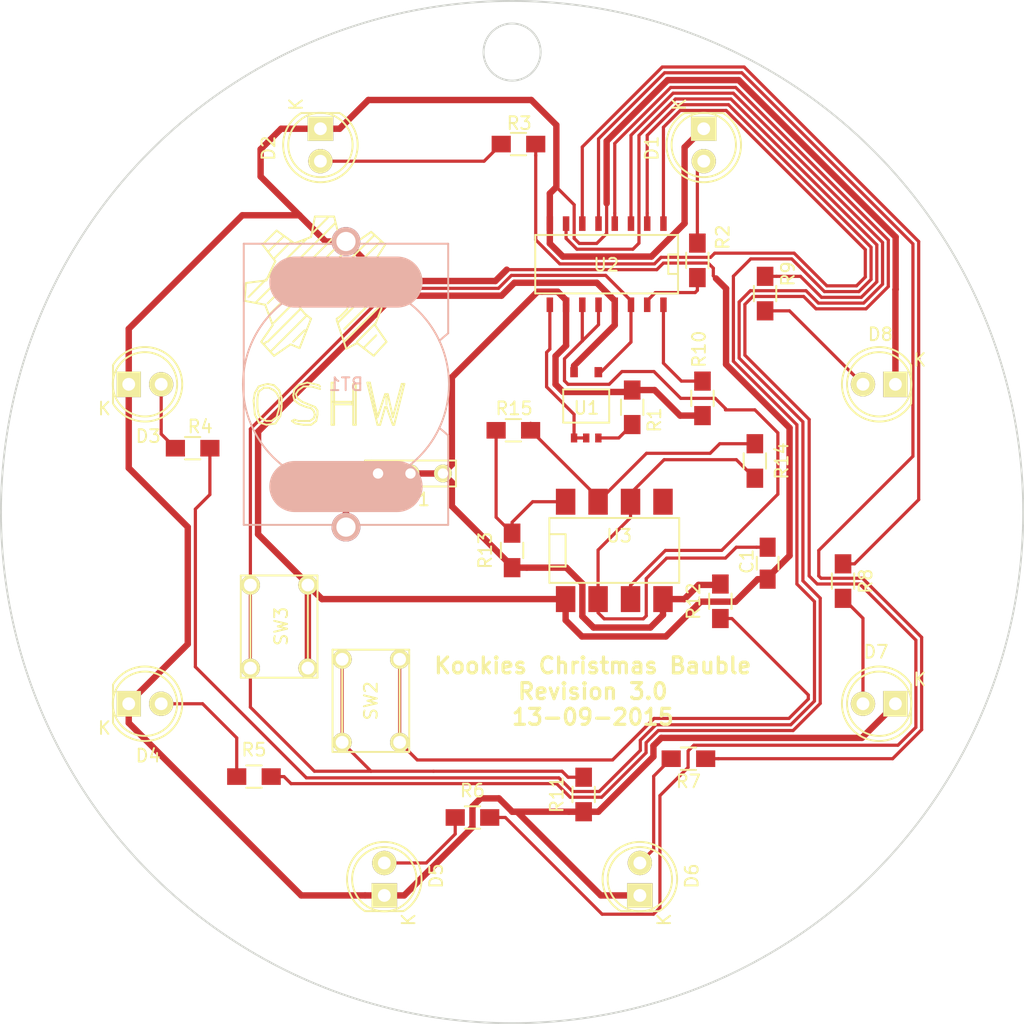
<source format=kicad_pcb>
(kicad_pcb (version 4) (host pcbnew no-vcs-found-product)

  (general
    (links 61)
    (no_connects 0)
    (area 94.924999 54.924999 175.075001 135.075001)
    (thickness 1.6)
    (drawings 3)
    (tracks 392)
    (zones 0)
    (modules 32)
    (nets 29)
  )

  (page A4)
  (layers
    (0 F.Cu signal)
    (31 B.Cu signal)
    (32 B.Adhes user)
    (33 F.Adhes user)
    (34 B.Paste user)
    (35 F.Paste user)
    (36 B.SilkS user)
    (37 F.SilkS user)
    (38 B.Mask user)
    (39 F.Mask user)
    (40 Dwgs.User user)
    (41 Cmts.User user)
    (42 Eco1.User user)
    (43 Eco2.User user)
    (44 Edge.Cuts user)
    (45 Margin user)
    (46 B.CrtYd user)
    (47 F.CrtYd user)
    (48 B.Fab user)
    (49 F.Fab user)
  )

  (setup
    (last_trace_width 0.25)
    (user_trace_width 0.5)
    (trace_clearance 0.2)
    (zone_clearance 0.508)
    (zone_45_only no)
    (trace_min 0.2)
    (segment_width 0.2)
    (edge_width 0.15)
    (via_size 0.6)
    (via_drill 0.4)
    (via_min_size 0.4)
    (via_min_drill 0.3)
    (uvia_size 0.3)
    (uvia_drill 0.1)
    (uvias_allowed no)
    (uvia_min_size 0.2)
    (uvia_min_drill 0.1)
    (pcb_text_width 0.3)
    (pcb_text_size 1.5 1.5)
    (mod_edge_width 0.15)
    (mod_text_size 1 1)
    (mod_text_width 0.15)
    (pad_size 1.524 1.524)
    (pad_drill 0.762)
    (pad_to_mask_clearance 0.2)
    (aux_axis_origin 0 0)
    (visible_elements FFFEFF7F)
    (pcbplotparams
      (layerselection 0x00030_80000001)
      (usegerberextensions false)
      (excludeedgelayer true)
      (linewidth 0.100000)
      (plotframeref false)
      (viasonmask false)
      (mode 1)
      (useauxorigin false)
      (hpglpennumber 1)
      (hpglpenspeed 20)
      (hpglpendiameter 15)
      (hpglpenoverlay 2)
      (psnegative false)
      (psa4output false)
      (plotreference true)
      (plotvalue true)
      (plotinvisibletext false)
      (padsonsilk false)
      (subtractmaskfromsilk false)
      (outputformat 1)
      (mirror false)
      (drillshape 1)
      (scaleselection 1)
      (outputdirectory ""))
  )

  (net 0 "")
  (net 1 "Net-(BT1-Pad1)")
  (net 2 GND)
  (net 3 "Net-(C1-Pad2)")
  (net 4 "Net-(D1-Pad2)")
  (net 5 "Net-(D2-Pad2)")
  (net 6 "Net-(D3-Pad2)")
  (net 7 "Net-(D4-Pad2)")
  (net 8 "Net-(D5-Pad2)")
  (net 9 "Net-(D6-Pad2)")
  (net 10 "Net-(D7-Pad2)")
  (net 11 "Net-(D8-Pad2)")
  (net 12 VCC)
  (net 13 "Net-(R1-Pad2)")
  (net 14 /LED_A)
  (net 15 /LED_B)
  (net 16 /LED_C)
  (net 17 /LED_D)
  (net 18 /LED_E)
  (net 19 /LED_F)
  (net 20 /LED_G)
  (net 21 /LED_H)
  (net 22 "Net-(R10-Pad2)")
  (net 23 /PULL_HIGH)
  (net 24 "Net-(R12-Pad1)")
  (net 25 "Net-(R13-Pad2)")
  (net 26 "Net-(R14-Pad1)")
  (net 27 /XOR_IN_A)
  (net 28 /555_OUT)

  (net_class Default "This is the default net class."
    (clearance 0.2)
    (trace_width 0.25)
    (via_dia 0.6)
    (via_drill 0.4)
    (uvia_dia 0.3)
    (uvia_drill 0.1)
    (add_net /555_OUT)
    (add_net /LED_A)
    (add_net /LED_B)
    (add_net /LED_C)
    (add_net /LED_D)
    (add_net /LED_E)
    (add_net /LED_F)
    (add_net /LED_G)
    (add_net /LED_H)
    (add_net /PULL_HIGH)
    (add_net /XOR_IN_A)
    (add_net GND)
    (add_net "Net-(BT1-Pad1)")
    (add_net "Net-(C1-Pad2)")
    (add_net "Net-(D1-Pad2)")
    (add_net "Net-(D2-Pad2)")
    (add_net "Net-(D3-Pad2)")
    (add_net "Net-(D4-Pad2)")
    (add_net "Net-(D5-Pad2)")
    (add_net "Net-(D6-Pad2)")
    (add_net "Net-(D7-Pad2)")
    (add_net "Net-(D8-Pad2)")
    (add_net "Net-(R1-Pad2)")
    (add_net "Net-(R10-Pad2)")
    (add_net "Net-(R12-Pad1)")
    (add_net "Net-(R13-Pad2)")
    (add_net "Net-(R14-Pad1)")
    (add_net VCC)
  )

  (module LEDs:LED-5MM (layer F.Cu) (tedit 5570F7EA) (tstamp 55F46A72)
    (at 150 65 270)
    (descr "LED 5mm round vertical")
    (tags "LED 5mm round vertical")
    (path /55F53C47)
    (fp_text reference D1 (at 1.524 4.064 270) (layer F.SilkS)
      (effects (font (size 1 1) (thickness 0.15)))
    )
    (fp_text value LED (at 1.524 -3.937 270) (layer F.Fab)
      (effects (font (size 1 1) (thickness 0.15)))
    )
    (fp_line (start -1.5 -1.55) (end -1.5 1.55) (layer F.CrtYd) (width 0.05))
    (fp_arc (start 1.3 0) (end -1.5 1.55) (angle -302) (layer F.CrtYd) (width 0.05))
    (fp_arc (start 1.27 0) (end -1.23 -1.5) (angle 297.5) (layer F.SilkS) (width 0.15))
    (fp_line (start -1.23 1.5) (end -1.23 -1.5) (layer F.SilkS) (width 0.15))
    (fp_circle (center 1.27 0) (end 0.97 -2.5) (layer F.SilkS) (width 0.15))
    (fp_text user K (at -1.905 1.905 270) (layer F.SilkS)
      (effects (font (size 1 1) (thickness 0.15)))
    )
    (pad 1 thru_hole rect (at 0 0) (size 2 1.9) (drill 1.00076) (layers *.Cu *.Mask F.SilkS)
      (net 2 GND))
    (pad 2 thru_hole circle (at 2.54 0 270) (size 1.9 1.9) (drill 1.00076) (layers *.Cu *.Mask F.SilkS)
      (net 4 "Net-(D1-Pad2)"))
    (model LEDs.3dshapes/LED-5MM.wrl
      (at (xyz 0.05 0 0))
      (scale (xyz 1 1 1))
      (rotate (xyz 0 0 90))
    )
  )

  (module SMD_Packages:DIP-8_SMD (layer F.Cu) (tedit 0) (tstamp 55F46BDD)
    (at 143 98)
    (descr "DIP-8_300 smd shape")
    (tags "smd cms 8dip")
    (path /55F374FD)
    (attr smd)
    (fp_text reference U3 (at 0.381 -1.143) (layer F.SilkS)
      (effects (font (size 1 1) (thickness 0.15)))
    )
    (fp_text value 555 (at 0 0.762) (layer F.Fab)
      (effects (font (size 1 1) (thickness 0.15)))
    )
    (fp_line (start -5.08 -2.54) (end -5.08 2.54) (layer F.SilkS) (width 0.15))
    (fp_line (start -5.08 2.54) (end 5.08 2.54) (layer F.SilkS) (width 0.15))
    (fp_line (start 5.08 2.54) (end 5.08 -2.54) (layer F.SilkS) (width 0.15))
    (fp_line (start 5.08 -2.54) (end -5.08 -2.54) (layer F.SilkS) (width 0.15))
    (fp_line (start -5.08 -1.27) (end -3.81 -1.27) (layer F.SilkS) (width 0.15))
    (fp_line (start -3.81 -1.27) (end -3.81 1.27) (layer F.SilkS) (width 0.15))
    (fp_line (start -3.81 1.27) (end -5.08 1.27) (layer F.SilkS) (width 0.15))
    (pad 1 smd rect (at -3.81 3.81) (size 1.524 2.032) (layers F.Cu F.Paste F.Mask)
      (net 2 GND))
    (pad 2 smd rect (at -1.27 3.81) (size 1.524 2.032) (layers F.Cu F.Paste F.Mask)
      (net 3 "Net-(C1-Pad2)"))
    (pad 3 smd rect (at 1.27 3.81) (size 1.524 2.032) (layers F.Cu F.Paste F.Mask)
      (net 28 /555_OUT))
    (pad 4 smd rect (at 3.81 3.81) (size 1.524 2.032) (layers F.Cu F.Paste F.Mask)
      (net 12 VCC))
    (pad 5 smd rect (at 3.81 -3.81) (size 1.524 2.032) (layers F.Cu F.Paste F.Mask))
    (pad 6 smd rect (at 1.27 -3.81) (size 1.524 2.032) (layers F.Cu F.Paste F.Mask)
      (net 3 "Net-(C1-Pad2)"))
    (pad 7 smd rect (at -1.27 -3.81) (size 1.524 2.032) (layers F.Cu F.Paste F.Mask)
      (net 26 "Net-(R14-Pad1)"))
    (pad 8 smd rect (at -3.81 -3.81) (size 1.524 2.032) (layers F.Cu F.Paste F.Mask)
      (net 25 "Net-(R13-Pad2)"))
    (model SMD_Packages.3dshapes/DIP-8_SMD.wrl
      (at (xyz 0 0 0))
      (scale (xyz 1 0.5 0.8))
      (rotate (xyz 0 0 0))
    )
  )

  (module kookie_utilities:COIN_BAT_HOLDER (layer B.Cu) (tedit 55F57C68) (tstamp 55F46A5A)
    (at 122 85 90)
    (path /55F3F116)
    (fp_text reference BT1 (at 0 0 180) (layer B.SilkS)
      (effects (font (size 1 1) (thickness 0.15)) (justify mirror))
    )
    (fp_text value Battery (at 0 9.1 90) (layer B.Fab)
      (effects (font (size 1 1) (thickness 0.15)) (justify mirror))
    )
    (fp_line (start -4 8) (end -3.4 7.3) (layer B.SilkS) (width 0.15))
    (fp_line (start 4 8) (end 3.4 7.3) (layer B.SilkS) (width 0.15))
    (fp_line (start 8 4) (end 8 -4) (layer B.SilkS) (width 4))
    (fp_line (start -8 4) (end -8 -4) (layer B.SilkS) (width 4))
    (fp_circle (center 0 0) (end 8 -1) (layer B.SilkS) (width 0.15))
    (fp_line (start -11 8) (end -11 -8) (layer B.SilkS) (width 0.15))
    (fp_line (start -11 -8) (end 11 -8) (layer B.SilkS) (width 0.15))
    (fp_line (start 11 -8) (end 11 8) (layer B.SilkS) (width 0.15))
    (fp_line (start 11 8) (end 4 8) (layer B.SilkS) (width 0.15))
    (fp_line (start -4 8) (end -11 8) (layer B.SilkS) (width 0.15))
    (pad 1 thru_hole circle (at -11.175 0 90) (size 2.25 2.25) (drill 1.5) (layers *.Cu *.Mask B.SilkS)
      (net 1 "Net-(BT1-Pad1)"))
    (pad 2 thru_hole circle (at 11.175 0 90) (size 2.25 2.25) (drill 1.5) (layers *.Cu *.Mask B.SilkS)
      (net 2 GND))
  )

  (module LEDs:LED-5MM (layer F.Cu) (tedit 5570F7EA) (tstamp 55F46A7E)
    (at 120 65 270)
    (descr "LED 5mm round vertical")
    (tags "LED 5mm round vertical")
    (path /55F54F09)
    (fp_text reference D2 (at 1.524 4.064 270) (layer F.SilkS)
      (effects (font (size 1 1) (thickness 0.15)))
    )
    (fp_text value LED (at 1.524 -3.937 270) (layer F.Fab)
      (effects (font (size 1 1) (thickness 0.15)))
    )
    (fp_line (start -1.5 -1.55) (end -1.5 1.55) (layer F.CrtYd) (width 0.05))
    (fp_arc (start 1.3 0) (end -1.5 1.55) (angle -302) (layer F.CrtYd) (width 0.05))
    (fp_arc (start 1.27 0) (end -1.23 -1.5) (angle 297.5) (layer F.SilkS) (width 0.15))
    (fp_line (start -1.23 1.5) (end -1.23 -1.5) (layer F.SilkS) (width 0.15))
    (fp_circle (center 1.27 0) (end 0.97 -2.5) (layer F.SilkS) (width 0.15))
    (fp_text user K (at -1.905 1.905 270) (layer F.SilkS)
      (effects (font (size 1 1) (thickness 0.15)))
    )
    (pad 1 thru_hole rect (at 0 0) (size 2 1.9) (drill 1.00076) (layers *.Cu *.Mask F.SilkS)
      (net 2 GND))
    (pad 2 thru_hole circle (at 2.54 0 270) (size 1.9 1.9) (drill 1.00076) (layers *.Cu *.Mask F.SilkS)
      (net 5 "Net-(D2-Pad2)"))
    (model LEDs.3dshapes/LED-5MM.wrl
      (at (xyz 0.05 0 0))
      (scale (xyz 1 1 1))
      (rotate (xyz 0 0 90))
    )
  )

  (module LEDs:LED-5MM (layer F.Cu) (tedit 5570F7EA) (tstamp 55F46A8A)
    (at 105 85)
    (descr "LED 5mm round vertical")
    (tags "LED 5mm round vertical")
    (path /55F564A1)
    (fp_text reference D3 (at 1.524 4.064) (layer F.SilkS)
      (effects (font (size 1 1) (thickness 0.15)))
    )
    (fp_text value LED (at 1.524 -3.937) (layer F.Fab)
      (effects (font (size 1 1) (thickness 0.15)))
    )
    (fp_line (start -1.5 -1.55) (end -1.5 1.55) (layer F.CrtYd) (width 0.05))
    (fp_arc (start 1.3 0) (end -1.5 1.55) (angle -302) (layer F.CrtYd) (width 0.05))
    (fp_arc (start 1.27 0) (end -1.23 -1.5) (angle 297.5) (layer F.SilkS) (width 0.15))
    (fp_line (start -1.23 1.5) (end -1.23 -1.5) (layer F.SilkS) (width 0.15))
    (fp_circle (center 1.27 0) (end 0.97 -2.5) (layer F.SilkS) (width 0.15))
    (fp_text user K (at -1.905 1.905) (layer F.SilkS)
      (effects (font (size 1 1) (thickness 0.15)))
    )
    (pad 1 thru_hole rect (at 0 0 90) (size 2 1.9) (drill 1.00076) (layers *.Cu *.Mask F.SilkS)
      (net 2 GND))
    (pad 2 thru_hole circle (at 2.54 0) (size 1.9 1.9) (drill 1.00076) (layers *.Cu *.Mask F.SilkS)
      (net 6 "Net-(D3-Pad2)"))
    (model LEDs.3dshapes/LED-5MM.wrl
      (at (xyz 0.05 0 0))
      (scale (xyz 1 1 1))
      (rotate (xyz 0 0 90))
    )
  )

  (module LEDs:LED-5MM (layer F.Cu) (tedit 5570F7EA) (tstamp 55F46A96)
    (at 105 110)
    (descr "LED 5mm round vertical")
    (tags "LED 5mm round vertical")
    (path /55F56568)
    (fp_text reference D4 (at 1.524 4.064) (layer F.SilkS)
      (effects (font (size 1 1) (thickness 0.15)))
    )
    (fp_text value LED (at 1.524 -3.937) (layer F.Fab)
      (effects (font (size 1 1) (thickness 0.15)))
    )
    (fp_line (start -1.5 -1.55) (end -1.5 1.55) (layer F.CrtYd) (width 0.05))
    (fp_arc (start 1.3 0) (end -1.5 1.55) (angle -302) (layer F.CrtYd) (width 0.05))
    (fp_arc (start 1.27 0) (end -1.23 -1.5) (angle 297.5) (layer F.SilkS) (width 0.15))
    (fp_line (start -1.23 1.5) (end -1.23 -1.5) (layer F.SilkS) (width 0.15))
    (fp_circle (center 1.27 0) (end 0.97 -2.5) (layer F.SilkS) (width 0.15))
    (fp_text user K (at -1.905 1.905) (layer F.SilkS)
      (effects (font (size 1 1) (thickness 0.15)))
    )
    (pad 1 thru_hole rect (at 0 0 90) (size 2 1.9) (drill 1.00076) (layers *.Cu *.Mask F.SilkS)
      (net 2 GND))
    (pad 2 thru_hole circle (at 2.54 0) (size 1.9 1.9) (drill 1.00076) (layers *.Cu *.Mask F.SilkS)
      (net 7 "Net-(D4-Pad2)"))
    (model LEDs.3dshapes/LED-5MM.wrl
      (at (xyz 0.05 0 0))
      (scale (xyz 1 1 1))
      (rotate (xyz 0 0 90))
    )
  )

  (module LEDs:LED-5MM (layer F.Cu) (tedit 5570F7EA) (tstamp 55F46AA2)
    (at 125 125 90)
    (descr "LED 5mm round vertical")
    (tags "LED 5mm round vertical")
    (path /55F597F1)
    (fp_text reference D5 (at 1.524 4.064 90) (layer F.SilkS)
      (effects (font (size 1 1) (thickness 0.15)))
    )
    (fp_text value LED (at 1.524 -3.937 90) (layer F.Fab)
      (effects (font (size 1 1) (thickness 0.15)))
    )
    (fp_line (start -1.5 -1.55) (end -1.5 1.55) (layer F.CrtYd) (width 0.05))
    (fp_arc (start 1.3 0) (end -1.5 1.55) (angle -302) (layer F.CrtYd) (width 0.05))
    (fp_arc (start 1.27 0) (end -1.23 -1.5) (angle 297.5) (layer F.SilkS) (width 0.15))
    (fp_line (start -1.23 1.5) (end -1.23 -1.5) (layer F.SilkS) (width 0.15))
    (fp_circle (center 1.27 0) (end 0.97 -2.5) (layer F.SilkS) (width 0.15))
    (fp_text user K (at -1.905 1.905 90) (layer F.SilkS)
      (effects (font (size 1 1) (thickness 0.15)))
    )
    (pad 1 thru_hole rect (at 0 0 180) (size 2 1.9) (drill 1.00076) (layers *.Cu *.Mask F.SilkS)
      (net 2 GND))
    (pad 2 thru_hole circle (at 2.54 0 90) (size 1.9 1.9) (drill 1.00076) (layers *.Cu *.Mask F.SilkS)
      (net 8 "Net-(D5-Pad2)"))
    (model LEDs.3dshapes/LED-5MM.wrl
      (at (xyz 0.05 0 0))
      (scale (xyz 1 1 1))
      (rotate (xyz 0 0 90))
    )
  )

  (module LEDs:LED-5MM (layer F.Cu) (tedit 5570F7EA) (tstamp 55F46AAE)
    (at 145 125 90)
    (descr "LED 5mm round vertical")
    (tags "LED 5mm round vertical")
    (path /55F59C5B)
    (fp_text reference D6 (at 1.524 4.064 90) (layer F.SilkS)
      (effects (font (size 1 1) (thickness 0.15)))
    )
    (fp_text value LED (at 1.524 -3.937 90) (layer F.Fab)
      (effects (font (size 1 1) (thickness 0.15)))
    )
    (fp_line (start -1.5 -1.55) (end -1.5 1.55) (layer F.CrtYd) (width 0.05))
    (fp_arc (start 1.3 0) (end -1.5 1.55) (angle -302) (layer F.CrtYd) (width 0.05))
    (fp_arc (start 1.27 0) (end -1.23 -1.5) (angle 297.5) (layer F.SilkS) (width 0.15))
    (fp_line (start -1.23 1.5) (end -1.23 -1.5) (layer F.SilkS) (width 0.15))
    (fp_circle (center 1.27 0) (end 0.97 -2.5) (layer F.SilkS) (width 0.15))
    (fp_text user K (at -1.905 1.905 90) (layer F.SilkS)
      (effects (font (size 1 1) (thickness 0.15)))
    )
    (pad 1 thru_hole rect (at 0 0 180) (size 2 1.9) (drill 1.00076) (layers *.Cu *.Mask F.SilkS)
      (net 2 GND))
    (pad 2 thru_hole circle (at 2.54 0 90) (size 1.9 1.9) (drill 1.00076) (layers *.Cu *.Mask F.SilkS)
      (net 9 "Net-(D6-Pad2)"))
    (model LEDs.3dshapes/LED-5MM.wrl
      (at (xyz 0.05 0 0))
      (scale (xyz 1 1 1))
      (rotate (xyz 0 0 90))
    )
  )

  (module LEDs:LED-5MM (layer F.Cu) (tedit 5570F7EA) (tstamp 55F46ABA)
    (at 165 110 180)
    (descr "LED 5mm round vertical")
    (tags "LED 5mm round vertical")
    (path /55F5C210)
    (fp_text reference D7 (at 1.524 4.064 180) (layer F.SilkS)
      (effects (font (size 1 1) (thickness 0.15)))
    )
    (fp_text value LED (at 1.524 -3.937 180) (layer F.Fab)
      (effects (font (size 1 1) (thickness 0.15)))
    )
    (fp_line (start -1.5 -1.55) (end -1.5 1.55) (layer F.CrtYd) (width 0.05))
    (fp_arc (start 1.3 0) (end -1.5 1.55) (angle -302) (layer F.CrtYd) (width 0.05))
    (fp_arc (start 1.27 0) (end -1.23 -1.5) (angle 297.5) (layer F.SilkS) (width 0.15))
    (fp_line (start -1.23 1.5) (end -1.23 -1.5) (layer F.SilkS) (width 0.15))
    (fp_circle (center 1.27 0) (end 0.97 -2.5) (layer F.SilkS) (width 0.15))
    (fp_text user K (at -1.905 1.905 180) (layer F.SilkS)
      (effects (font (size 1 1) (thickness 0.15)))
    )
    (pad 1 thru_hole rect (at 0 0 270) (size 2 1.9) (drill 1.00076) (layers *.Cu *.Mask F.SilkS)
      (net 2 GND))
    (pad 2 thru_hole circle (at 2.54 0 180) (size 1.9 1.9) (drill 1.00076) (layers *.Cu *.Mask F.SilkS)
      (net 10 "Net-(D7-Pad2)"))
    (model LEDs.3dshapes/LED-5MM.wrl
      (at (xyz 0.05 0 0))
      (scale (xyz 1 1 1))
      (rotate (xyz 0 0 90))
    )
  )

  (module LEDs:LED-5MM (layer F.Cu) (tedit 5570F7EA) (tstamp 55F46AC6)
    (at 165 85 180)
    (descr "LED 5mm round vertical")
    (tags "LED 5mm round vertical")
    (path /55F5C6E4)
    (fp_text reference D8 (at 1.18 3.91 180) (layer F.SilkS)
      (effects (font (size 1 1) (thickness 0.15)))
    )
    (fp_text value LED (at 1.524 -3.937 180) (layer F.Fab)
      (effects (font (size 1 1) (thickness 0.15)))
    )
    (fp_line (start -1.5 -1.55) (end -1.5 1.55) (layer F.CrtYd) (width 0.05))
    (fp_arc (start 1.3 0) (end -1.5 1.55) (angle -302) (layer F.CrtYd) (width 0.05))
    (fp_arc (start 1.27 0) (end -1.23 -1.5) (angle 297.5) (layer F.SilkS) (width 0.15))
    (fp_line (start -1.23 1.5) (end -1.23 -1.5) (layer F.SilkS) (width 0.15))
    (fp_circle (center 1.27 0) (end 0.97 -2.5) (layer F.SilkS) (width 0.15))
    (fp_text user K (at -1.905 1.905 180) (layer F.SilkS)
      (effects (font (size 1 1) (thickness 0.15)))
    )
    (pad 1 thru_hole rect (at 0 0 270) (size 2 1.9) (drill 1.00076) (layers *.Cu *.Mask F.SilkS)
      (net 2 GND))
    (pad 2 thru_hole circle (at 2.54 0 180) (size 1.9 1.9) (drill 1.00076) (layers *.Cu *.Mask F.SilkS)
      (net 11 "Net-(D8-Pad2)"))
    (model LEDs.3dshapes/LED-5MM.wrl
      (at (xyz 0.05 0 0))
      (scale (xyz 1 1 1))
      (rotate (xyz 0 0 90))
    )
  )

  (module Resistors_SMD:R_0805_HandSoldering (layer F.Cu) (tedit 54189DEE) (tstamp 55F46AD2)
    (at 144.4 86.8 270)
    (descr "Resistor SMD 0805, hand soldering")
    (tags "resistor 0805")
    (path /55F5095A)
    (attr smd)
    (fp_text reference R1 (at 0.99 -1.74 270) (layer F.SilkS)
      (effects (font (size 1 1) (thickness 0.15)))
    )
    (fp_text value 470 (at 0 2.1 270) (layer F.Fab)
      (effects (font (size 1 1) (thickness 0.15)))
    )
    (fp_line (start -2.4 -1) (end 2.4 -1) (layer F.CrtYd) (width 0.05))
    (fp_line (start -2.4 1) (end 2.4 1) (layer F.CrtYd) (width 0.05))
    (fp_line (start -2.4 -1) (end -2.4 1) (layer F.CrtYd) (width 0.05))
    (fp_line (start 2.4 -1) (end 2.4 1) (layer F.CrtYd) (width 0.05))
    (fp_line (start 0.6 0.875) (end -0.6 0.875) (layer F.SilkS) (width 0.15))
    (fp_line (start -0.6 -0.875) (end 0.6 -0.875) (layer F.SilkS) (width 0.15))
    (pad 1 smd rect (at -1.35 0 270) (size 1.5 1.3) (layers F.Cu F.Paste F.Mask)
      (net 12 VCC))
    (pad 2 smd rect (at 1.35 0 270) (size 1.5 1.3) (layers F.Cu F.Paste F.Mask)
      (net 13 "Net-(R1-Pad2)"))
    (model Resistors_SMD.3dshapes/R_0805_HandSoldering.wrl
      (at (xyz 0 0 0))
      (scale (xyz 1 1 1))
      (rotate (xyz 0 0 0))
    )
  )

  (module Resistors_SMD:R_0805_HandSoldering (layer F.Cu) (tedit 54189DEE) (tstamp 55F46ADE)
    (at 149.5 75.3 270)
    (descr "Resistor SMD 0805, hand soldering")
    (tags "resistor 0805")
    (path /55F53CD0)
    (attr smd)
    (fp_text reference R2 (at -1.81 -1.99 270) (layer F.SilkS)
      (effects (font (size 1 1) (thickness 0.15)))
    )
    (fp_text value 4.7k (at 0 2.1 270) (layer F.Fab)
      (effects (font (size 1 1) (thickness 0.15)))
    )
    (fp_line (start -2.4 -1) (end 2.4 -1) (layer F.CrtYd) (width 0.05))
    (fp_line (start -2.4 1) (end 2.4 1) (layer F.CrtYd) (width 0.05))
    (fp_line (start -2.4 -1) (end -2.4 1) (layer F.CrtYd) (width 0.05))
    (fp_line (start 2.4 -1) (end 2.4 1) (layer F.CrtYd) (width 0.05))
    (fp_line (start 0.6 0.875) (end -0.6 0.875) (layer F.SilkS) (width 0.15))
    (fp_line (start -0.6 -0.875) (end 0.6 -0.875) (layer F.SilkS) (width 0.15))
    (pad 1 smd rect (at -1.35 0 270) (size 1.5 1.3) (layers F.Cu F.Paste F.Mask)
      (net 4 "Net-(D1-Pad2)"))
    (pad 2 smd rect (at 1.35 0 270) (size 1.5 1.3) (layers F.Cu F.Paste F.Mask)
      (net 14 /LED_A))
    (model Resistors_SMD.3dshapes/R_0805_HandSoldering.wrl
      (at (xyz 0 0 0))
      (scale (xyz 1 1 1))
      (rotate (xyz 0 0 0))
    )
  )

  (module Resistors_SMD:R_0805_HandSoldering (layer F.Cu) (tedit 54189DEE) (tstamp 55F46AEA)
    (at 135.5 66.2)
    (descr "Resistor SMD 0805, hand soldering")
    (tags "resistor 0805")
    (path /55F54F0F)
    (attr smd)
    (fp_text reference R3 (at 0.06 -1.63) (layer F.SilkS)
      (effects (font (size 1 1) (thickness 0.15)))
    )
    (fp_text value 4.7k (at 0 2.1) (layer F.Fab)
      (effects (font (size 1 1) (thickness 0.15)))
    )
    (fp_line (start -2.4 -1) (end 2.4 -1) (layer F.CrtYd) (width 0.05))
    (fp_line (start -2.4 1) (end 2.4 1) (layer F.CrtYd) (width 0.05))
    (fp_line (start -2.4 -1) (end -2.4 1) (layer F.CrtYd) (width 0.05))
    (fp_line (start 2.4 -1) (end 2.4 1) (layer F.CrtYd) (width 0.05))
    (fp_line (start 0.6 0.875) (end -0.6 0.875) (layer F.SilkS) (width 0.15))
    (fp_line (start -0.6 -0.875) (end 0.6 -0.875) (layer F.SilkS) (width 0.15))
    (pad 1 smd rect (at -1.35 0) (size 1.5 1.3) (layers F.Cu F.Paste F.Mask)
      (net 5 "Net-(D2-Pad2)"))
    (pad 2 smd rect (at 1.35 0) (size 1.5 1.3) (layers F.Cu F.Paste F.Mask)
      (net 15 /LED_B))
    (model Resistors_SMD.3dshapes/R_0805_HandSoldering.wrl
      (at (xyz 0 0 0))
      (scale (xyz 1 1 1))
      (rotate (xyz 0 0 0))
    )
  )

  (module Resistors_SMD:R_0805_HandSoldering (layer F.Cu) (tedit 54189DEE) (tstamp 55F46AF6)
    (at 110 90)
    (descr "Resistor SMD 0805, hand soldering")
    (tags "resistor 0805")
    (path /55F564A7)
    (attr smd)
    (fp_text reference R4 (at 0.59 -1.69) (layer F.SilkS)
      (effects (font (size 1 1) (thickness 0.15)))
    )
    (fp_text value 4.7k (at 0 2.1) (layer F.Fab)
      (effects (font (size 1 1) (thickness 0.15)))
    )
    (fp_line (start -2.4 -1) (end 2.4 -1) (layer F.CrtYd) (width 0.05))
    (fp_line (start -2.4 1) (end 2.4 1) (layer F.CrtYd) (width 0.05))
    (fp_line (start -2.4 -1) (end -2.4 1) (layer F.CrtYd) (width 0.05))
    (fp_line (start 2.4 -1) (end 2.4 1) (layer F.CrtYd) (width 0.05))
    (fp_line (start 0.6 0.875) (end -0.6 0.875) (layer F.SilkS) (width 0.15))
    (fp_line (start -0.6 -0.875) (end 0.6 -0.875) (layer F.SilkS) (width 0.15))
    (pad 1 smd rect (at -1.35 0) (size 1.5 1.3) (layers F.Cu F.Paste F.Mask)
      (net 6 "Net-(D3-Pad2)"))
    (pad 2 smd rect (at 1.35 0) (size 1.5 1.3) (layers F.Cu F.Paste F.Mask)
      (net 16 /LED_C))
    (model Resistors_SMD.3dshapes/R_0805_HandSoldering.wrl
      (at (xyz 0 0 0))
      (scale (xyz 1 1 1))
      (rotate (xyz 0 0 0))
    )
  )

  (module Resistors_SMD:R_0805_HandSoldering (layer F.Cu) (tedit 54189DEE) (tstamp 55F46B02)
    (at 114.8 115.7)
    (descr "Resistor SMD 0805, hand soldering")
    (tags "resistor 0805")
    (path /55F5656E)
    (attr smd)
    (fp_text reference R5 (at 0 -2.1) (layer F.SilkS)
      (effects (font (size 1 1) (thickness 0.15)))
    )
    (fp_text value 4.7k (at 0 2.1) (layer F.Fab)
      (effects (font (size 1 1) (thickness 0.15)))
    )
    (fp_line (start -2.4 -1) (end 2.4 -1) (layer F.CrtYd) (width 0.05))
    (fp_line (start -2.4 1) (end 2.4 1) (layer F.CrtYd) (width 0.05))
    (fp_line (start -2.4 -1) (end -2.4 1) (layer F.CrtYd) (width 0.05))
    (fp_line (start 2.4 -1) (end 2.4 1) (layer F.CrtYd) (width 0.05))
    (fp_line (start 0.6 0.875) (end -0.6 0.875) (layer F.SilkS) (width 0.15))
    (fp_line (start -0.6 -0.875) (end 0.6 -0.875) (layer F.SilkS) (width 0.15))
    (pad 1 smd rect (at -1.35 0) (size 1.5 1.3) (layers F.Cu F.Paste F.Mask)
      (net 7 "Net-(D4-Pad2)"))
    (pad 2 smd rect (at 1.35 0) (size 1.5 1.3) (layers F.Cu F.Paste F.Mask)
      (net 17 /LED_D))
    (model Resistors_SMD.3dshapes/R_0805_HandSoldering.wrl
      (at (xyz 0 0 0))
      (scale (xyz 1 1 1))
      (rotate (xyz 0 0 0))
    )
  )

  (module Resistors_SMD:R_0805_HandSoldering (layer F.Cu) (tedit 54189DEE) (tstamp 55F46B0E)
    (at 131.9 118.9)
    (descr "Resistor SMD 0805, hand soldering")
    (tags "resistor 0805")
    (path /55F597F7)
    (attr smd)
    (fp_text reference R6 (at 0 -2.1) (layer F.SilkS)
      (effects (font (size 1 1) (thickness 0.15)))
    )
    (fp_text value 4.7k (at 0 2.1) (layer F.Fab)
      (effects (font (size 1 1) (thickness 0.15)))
    )
    (fp_line (start -2.4 -1) (end 2.4 -1) (layer F.CrtYd) (width 0.05))
    (fp_line (start -2.4 1) (end 2.4 1) (layer F.CrtYd) (width 0.05))
    (fp_line (start -2.4 -1) (end -2.4 1) (layer F.CrtYd) (width 0.05))
    (fp_line (start 2.4 -1) (end 2.4 1) (layer F.CrtYd) (width 0.05))
    (fp_line (start 0.6 0.875) (end -0.6 0.875) (layer F.SilkS) (width 0.15))
    (fp_line (start -0.6 -0.875) (end 0.6 -0.875) (layer F.SilkS) (width 0.15))
    (pad 1 smd rect (at -1.35 0) (size 1.5 1.3) (layers F.Cu F.Paste F.Mask)
      (net 8 "Net-(D5-Pad2)"))
    (pad 2 smd rect (at 1.35 0) (size 1.5 1.3) (layers F.Cu F.Paste F.Mask)
      (net 18 /LED_E))
    (model Resistors_SMD.3dshapes/R_0805_HandSoldering.wrl
      (at (xyz 0 0 0))
      (scale (xyz 1 1 1))
      (rotate (xyz 0 0 0))
    )
  )

  (module Resistors_SMD:R_0805_HandSoldering (layer F.Cu) (tedit 54189DEE) (tstamp 55F46B1A)
    (at 148.8 114.3)
    (descr "Resistor SMD 0805, hand soldering")
    (tags "resistor 0805")
    (path /55F59C61)
    (attr smd)
    (fp_text reference R7 (at 0 1.78) (layer F.SilkS)
      (effects (font (size 1 1) (thickness 0.15)))
    )
    (fp_text value 4.7k (at 0 2.1) (layer F.Fab)
      (effects (font (size 1 1) (thickness 0.15)))
    )
    (fp_line (start -2.4 -1) (end 2.4 -1) (layer F.CrtYd) (width 0.05))
    (fp_line (start -2.4 1) (end 2.4 1) (layer F.CrtYd) (width 0.05))
    (fp_line (start -2.4 -1) (end -2.4 1) (layer F.CrtYd) (width 0.05))
    (fp_line (start 2.4 -1) (end 2.4 1) (layer F.CrtYd) (width 0.05))
    (fp_line (start 0.6 0.875) (end -0.6 0.875) (layer F.SilkS) (width 0.15))
    (fp_line (start -0.6 -0.875) (end 0.6 -0.875) (layer F.SilkS) (width 0.15))
    (pad 1 smd rect (at -1.35 0) (size 1.5 1.3) (layers F.Cu F.Paste F.Mask)
      (net 9 "Net-(D6-Pad2)"))
    (pad 2 smd rect (at 1.35 0) (size 1.5 1.3) (layers F.Cu F.Paste F.Mask)
      (net 19 /LED_F))
    (model Resistors_SMD.3dshapes/R_0805_HandSoldering.wrl
      (at (xyz 0 0 0))
      (scale (xyz 1 1 1))
      (rotate (xyz 0 0 0))
    )
  )

  (module Resistors_SMD:R_0805_HandSoldering (layer F.Cu) (tedit 54189DEE) (tstamp 55F46B26)
    (at 160.9 100.4 90)
    (descr "Resistor SMD 0805, hand soldering")
    (tags "resistor 0805")
    (path /55F5C216)
    (attr smd)
    (fp_text reference R8 (at -0.01 1.77 90) (layer F.SilkS)
      (effects (font (size 1 1) (thickness 0.15)))
    )
    (fp_text value 4.7k (at 0 2.1 90) (layer F.Fab)
      (effects (font (size 1 1) (thickness 0.15)))
    )
    (fp_line (start -2.4 -1) (end 2.4 -1) (layer F.CrtYd) (width 0.05))
    (fp_line (start -2.4 1) (end 2.4 1) (layer F.CrtYd) (width 0.05))
    (fp_line (start -2.4 -1) (end -2.4 1) (layer F.CrtYd) (width 0.05))
    (fp_line (start 2.4 -1) (end 2.4 1) (layer F.CrtYd) (width 0.05))
    (fp_line (start 0.6 0.875) (end -0.6 0.875) (layer F.SilkS) (width 0.15))
    (fp_line (start -0.6 -0.875) (end 0.6 -0.875) (layer F.SilkS) (width 0.15))
    (pad 1 smd rect (at -1.35 0 90) (size 1.5 1.3) (layers F.Cu F.Paste F.Mask)
      (net 10 "Net-(D7-Pad2)"))
    (pad 2 smd rect (at 1.35 0 90) (size 1.5 1.3) (layers F.Cu F.Paste F.Mask)
      (net 20 /LED_G))
    (model Resistors_SMD.3dshapes/R_0805_HandSoldering.wrl
      (at (xyz 0 0 0))
      (scale (xyz 1 1 1))
      (rotate (xyz 0 0 0))
    )
  )

  (module Resistors_SMD:R_0805_HandSoldering (layer F.Cu) (tedit 54189DEE) (tstamp 55F46B32)
    (at 154.8 77.9 90)
    (descr "Resistor SMD 0805, hand soldering")
    (tags "resistor 0805")
    (path /55F5C6EA)
    (attr smd)
    (fp_text reference R9 (at 1.54 1.79 90) (layer F.SilkS)
      (effects (font (size 1 1) (thickness 0.15)))
    )
    (fp_text value 4.7k (at 0 2.1 90) (layer F.Fab)
      (effects (font (size 1 1) (thickness 0.15)))
    )
    (fp_line (start -2.4 -1) (end 2.4 -1) (layer F.CrtYd) (width 0.05))
    (fp_line (start -2.4 1) (end 2.4 1) (layer F.CrtYd) (width 0.05))
    (fp_line (start -2.4 -1) (end -2.4 1) (layer F.CrtYd) (width 0.05))
    (fp_line (start 2.4 -1) (end 2.4 1) (layer F.CrtYd) (width 0.05))
    (fp_line (start 0.6 0.875) (end -0.6 0.875) (layer F.SilkS) (width 0.15))
    (fp_line (start -0.6 -0.875) (end 0.6 -0.875) (layer F.SilkS) (width 0.15))
    (pad 1 smd rect (at -1.35 0 90) (size 1.5 1.3) (layers F.Cu F.Paste F.Mask)
      (net 11 "Net-(D8-Pad2)"))
    (pad 2 smd rect (at 1.35 0 90) (size 1.5 1.3) (layers F.Cu F.Paste F.Mask)
      (net 21 /LED_H))
    (model Resistors_SMD.3dshapes/R_0805_HandSoldering.wrl
      (at (xyz 0 0 0))
      (scale (xyz 1 1 1))
      (rotate (xyz 0 0 0))
    )
  )

  (module Resistors_SMD:R_0805_HandSoldering (layer F.Cu) (tedit 54189DEE) (tstamp 55F46B3E)
    (at 149.9 86.1 90)
    (descr "Resistor SMD 0805, hand soldering")
    (tags "resistor 0805")
    (path /55F52DEF)
    (attr smd)
    (fp_text reference R10 (at 3.85 -0.27 90) (layer F.SilkS)
      (effects (font (size 1 1) (thickness 0.15)))
    )
    (fp_text value 470 (at 0 2.1 90) (layer F.Fab)
      (effects (font (size 1 1) (thickness 0.15)))
    )
    (fp_line (start -2.4 -1) (end 2.4 -1) (layer F.CrtYd) (width 0.05))
    (fp_line (start -2.4 1) (end 2.4 1) (layer F.CrtYd) (width 0.05))
    (fp_line (start -2.4 -1) (end -2.4 1) (layer F.CrtYd) (width 0.05))
    (fp_line (start 2.4 -1) (end 2.4 1) (layer F.CrtYd) (width 0.05))
    (fp_line (start 0.6 0.875) (end -0.6 0.875) (layer F.SilkS) (width 0.15))
    (fp_line (start -0.6 -0.875) (end 0.6 -0.875) (layer F.SilkS) (width 0.15))
    (pad 1 smd rect (at -1.35 0 90) (size 1.5 1.3) (layers F.Cu F.Paste F.Mask)
      (net 12 VCC))
    (pad 2 smd rect (at 1.35 0 90) (size 1.5 1.3) (layers F.Cu F.Paste F.Mask)
      (net 22 "Net-(R10-Pad2)"))
    (model Resistors_SMD.3dshapes/R_0805_HandSoldering.wrl
      (at (xyz 0 0 0))
      (scale (xyz 1 1 1))
      (rotate (xyz 0 0 0))
    )
  )

  (module Resistors_SMD:R_0805_HandSoldering (layer F.Cu) (tedit 54189DEE) (tstamp 55F46B4A)
    (at 140.6 117.1 90)
    (descr "Resistor SMD 0805, hand soldering")
    (tags "resistor 0805")
    (path /55F4C658)
    (attr smd)
    (fp_text reference R11 (at 0 -2.1 90) (layer F.SilkS)
      (effects (font (size 1 1) (thickness 0.15)))
    )
    (fp_text value 10k (at 0 2.1 90) (layer F.Fab)
      (effects (font (size 1 1) (thickness 0.15)))
    )
    (fp_line (start -2.4 -1) (end 2.4 -1) (layer F.CrtYd) (width 0.05))
    (fp_line (start -2.4 1) (end 2.4 1) (layer F.CrtYd) (width 0.05))
    (fp_line (start -2.4 -1) (end -2.4 1) (layer F.CrtYd) (width 0.05))
    (fp_line (start 2.4 -1) (end 2.4 1) (layer F.CrtYd) (width 0.05))
    (fp_line (start 0.6 0.875) (end -0.6 0.875) (layer F.SilkS) (width 0.15))
    (fp_line (start -0.6 -0.875) (end 0.6 -0.875) (layer F.SilkS) (width 0.15))
    (pad 1 smd rect (at -1.35 0 90) (size 1.5 1.3) (layers F.Cu F.Paste F.Mask)
      (net 2 GND))
    (pad 2 smd rect (at 1.35 0 90) (size 1.5 1.3) (layers F.Cu F.Paste F.Mask)
      (net 23 /PULL_HIGH))
    (model Resistors_SMD.3dshapes/R_0805_HandSoldering.wrl
      (at (xyz 0 0 0))
      (scale (xyz 1 1 1))
      (rotate (xyz 0 0 0))
    )
  )

  (module Resistors_SMD:R_0805_HandSoldering (layer F.Cu) (tedit 54189DEE) (tstamp 55F46B56)
    (at 151.3 101.98 90)
    (descr "Resistor SMD 0805, hand soldering")
    (tags "resistor 0805")
    (path /55F4ECCB)
    (attr smd)
    (fp_text reference R12 (at 0 -2.1 90) (layer F.SilkS)
      (effects (font (size 1 1) (thickness 0.15)))
    )
    (fp_text value 10k (at 0 2.1 90) (layer F.Fab)
      (effects (font (size 1 1) (thickness 0.15)))
    )
    (fp_line (start -2.4 -1) (end 2.4 -1) (layer F.CrtYd) (width 0.05))
    (fp_line (start -2.4 1) (end 2.4 1) (layer F.CrtYd) (width 0.05))
    (fp_line (start -2.4 -1) (end -2.4 1) (layer F.CrtYd) (width 0.05))
    (fp_line (start 2.4 -1) (end 2.4 1) (layer F.CrtYd) (width 0.05))
    (fp_line (start 0.6 0.875) (end -0.6 0.875) (layer F.SilkS) (width 0.15))
    (fp_line (start -0.6 -0.875) (end 0.6 -0.875) (layer F.SilkS) (width 0.15))
    (pad 1 smd rect (at -1.35 0 90) (size 1.5 1.3) (layers F.Cu F.Paste F.Mask)
      (net 24 "Net-(R12-Pad1)"))
    (pad 2 smd rect (at 1.35 0 90) (size 1.5 1.3) (layers F.Cu F.Paste F.Mask)
      (net 12 VCC))
    (model Resistors_SMD.3dshapes/R_0805_HandSoldering.wrl
      (at (xyz 0 0 0))
      (scale (xyz 1 1 1))
      (rotate (xyz 0 0 0))
    )
  )

  (module Resistors_SMD:R_0805_HandSoldering (layer F.Cu) (tedit 54189DEE) (tstamp 55F46B62)
    (at 135 98 90)
    (descr "Resistor SMD 0805, hand soldering")
    (tags "resistor 0805")
    (path /55F3CC32)
    (attr smd)
    (fp_text reference R13 (at 0 -2.1 90) (layer F.SilkS)
      (effects (font (size 1 1) (thickness 0.15)))
    )
    (fp_text value 470 (at 0 2.1 90) (layer F.Fab)
      (effects (font (size 1 1) (thickness 0.15)))
    )
    (fp_line (start -2.4 -1) (end 2.4 -1) (layer F.CrtYd) (width 0.05))
    (fp_line (start -2.4 1) (end 2.4 1) (layer F.CrtYd) (width 0.05))
    (fp_line (start -2.4 -1) (end -2.4 1) (layer F.CrtYd) (width 0.05))
    (fp_line (start 2.4 -1) (end 2.4 1) (layer F.CrtYd) (width 0.05))
    (fp_line (start 0.6 0.875) (end -0.6 0.875) (layer F.SilkS) (width 0.15))
    (fp_line (start -0.6 -0.875) (end 0.6 -0.875) (layer F.SilkS) (width 0.15))
    (pad 1 smd rect (at -1.35 0 90) (size 1.5 1.3) (layers F.Cu F.Paste F.Mask)
      (net 12 VCC))
    (pad 2 smd rect (at 1.35 0 90) (size 1.5 1.3) (layers F.Cu F.Paste F.Mask)
      (net 25 "Net-(R13-Pad2)"))
    (model Resistors_SMD.3dshapes/R_0805_HandSoldering.wrl
      (at (xyz 0 0 0))
      (scale (xyz 1 1 1))
      (rotate (xyz 0 0 0))
    )
  )

  (module Resistors_SMD:R_0805_HandSoldering (layer F.Cu) (tedit 54189DEE) (tstamp 55F46B6E)
    (at 154 91 270)
    (descr "Resistor SMD 0805, hand soldering")
    (tags "resistor 0805")
    (path /55F3EBAB)
    (attr smd)
    (fp_text reference R14 (at 0 -2.1 270) (layer F.SilkS)
      (effects (font (size 1 1) (thickness 0.15)))
    )
    (fp_text value 10k (at 0 2.1 270) (layer F.Fab)
      (effects (font (size 1 1) (thickness 0.15)))
    )
    (fp_line (start -2.4 -1) (end 2.4 -1) (layer F.CrtYd) (width 0.05))
    (fp_line (start -2.4 1) (end 2.4 1) (layer F.CrtYd) (width 0.05))
    (fp_line (start -2.4 -1) (end -2.4 1) (layer F.CrtYd) (width 0.05))
    (fp_line (start 2.4 -1) (end 2.4 1) (layer F.CrtYd) (width 0.05))
    (fp_line (start 0.6 0.875) (end -0.6 0.875) (layer F.SilkS) (width 0.15))
    (fp_line (start -0.6 -0.875) (end 0.6 -0.875) (layer F.SilkS) (width 0.15))
    (pad 1 smd rect (at -1.35 0 270) (size 1.5 1.3) (layers F.Cu F.Paste F.Mask)
      (net 26 "Net-(R14-Pad1)"))
    (pad 2 smd rect (at 1.35 0 270) (size 1.5 1.3) (layers F.Cu F.Paste F.Mask)
      (net 3 "Net-(C1-Pad2)"))
    (model Resistors_SMD.3dshapes/R_0805_HandSoldering.wrl
      (at (xyz 0 0 0))
      (scale (xyz 1 1 1))
      (rotate (xyz 0 0 0))
    )
  )

  (module Resistors_SMD:R_0805_HandSoldering (layer F.Cu) (tedit 54189DEE) (tstamp 55F46B7A)
    (at 135.1 88.6)
    (descr "Resistor SMD 0805, hand soldering")
    (tags "resistor 0805")
    (path /55F3F2A0)
    (attr smd)
    (fp_text reference R15 (at 0.06 -1.71) (layer F.SilkS)
      (effects (font (size 1 1) (thickness 0.15)))
    )
    (fp_text value 10k (at 0 2.1) (layer F.Fab)
      (effects (font (size 1 1) (thickness 0.15)))
    )
    (fp_line (start -2.4 -1) (end 2.4 -1) (layer F.CrtYd) (width 0.05))
    (fp_line (start -2.4 1) (end 2.4 1) (layer F.CrtYd) (width 0.05))
    (fp_line (start -2.4 -1) (end -2.4 1) (layer F.CrtYd) (width 0.05))
    (fp_line (start 2.4 -1) (end 2.4 1) (layer F.CrtYd) (width 0.05))
    (fp_line (start 0.6 0.875) (end -0.6 0.875) (layer F.SilkS) (width 0.15))
    (fp_line (start -0.6 -0.875) (end 0.6 -0.875) (layer F.SilkS) (width 0.15))
    (pad 1 smd rect (at -1.35 0) (size 1.5 1.3) (layers F.Cu F.Paste F.Mask)
      (net 25 "Net-(R13-Pad2)"))
    (pad 2 smd rect (at 1.35 0) (size 1.5 1.3) (layers F.Cu F.Paste F.Mask)
      (net 26 "Net-(R14-Pad1)"))
    (model Resistors_SMD.3dshapes/R_0805_HandSoldering.wrl
      (at (xyz 0 0 0))
      (scale (xyz 1 1 1))
      (rotate (xyz 0 0 0))
    )
  )

  (module Discret:C1-1 (layer F.Cu) (tedit 0) (tstamp 55F46B86)
    (at 127.05 91.98)
    (descr "Condensateur e = 1 ou 2 pas")
    (tags C)
    (path /55F3EF28)
    (fp_text reference SW1 (at 0 2.032) (layer F.SilkS)
      (effects (font (size 1 1) (thickness 0.15)))
    )
    (fp_text value SWITCH_INV (at 0 2.032) (layer F.Fab)
      (effects (font (size 1 1) (thickness 0.15)))
    )
    (fp_line (start -3.556 -1.016) (end 3.556 -1.016) (layer F.SilkS) (width 0.15))
    (fp_line (start 3.556 -1.016) (end 3.556 1.016) (layer F.SilkS) (width 0.15))
    (fp_line (start 3.556 1.016) (end -3.556 1.016) (layer F.SilkS) (width 0.15))
    (fp_line (start -3.556 1.016) (end -3.556 -1.016) (layer F.SilkS) (width 0.15))
    (fp_line (start -3.556 -0.508) (end -3.048 -1.016) (layer F.SilkS) (width 0.15))
    (pad 1 thru_hole circle (at -2.54 0) (size 1.397 1.397) (drill 0.8128) (layers *.Cu *.Mask F.SilkS)
      (net 1 "Net-(BT1-Pad1)"))
    (pad 2 thru_hole circle (at 2.54 0) (size 1.397 1.397) (drill 0.8128) (layers *.Cu *.Mask F.SilkS)
      (net 12 VCC))
    (pad 2 thru_hole circle (at 0 0) (size 1.397 1.397) (drill 0.8128) (layers *.Cu *.Mask F.SilkS)
      (net 12 VCC))
    (model Discret.3dshapes/C1-1.wrl
      (at (xyz 0 0 0))
      (scale (xyz 1 1 1))
      (rotate (xyz 0 0 0))
    )
  )

  (module kookie_utilities:SW_TACTILE_SHALLOW (layer F.Cu) (tedit 55F3E519) (tstamp 55F46B94)
    (at 123.95 109.77 270)
    (path /55F4D247)
    (fp_text reference SW2 (at 0 0 270) (layer F.SilkS)
      (effects (font (size 1 1) (thickness 0.15)))
    )
    (fp_text value SW_PUSH (at 0 -4 270) (layer F.Fab)
      (effects (font (size 1 1) (thickness 0.15)))
    )
    (fp_line (start -2.5 2.25) (end 2.5 2.25) (layer F.SilkS) (width 0.15))
    (fp_line (start -2.5 -2.25) (end 2.5 -2.25) (layer F.SilkS) (width 0.15))
    (fp_line (start -4 -3) (end 4 -3) (layer F.SilkS) (width 0.15))
    (fp_line (start 4 -3) (end 4 3) (layer F.SilkS) (width 0.15))
    (fp_line (start 4 3) (end -4 3) (layer F.SilkS) (width 0.15))
    (fp_line (start -4 3) (end -4 -3) (layer F.SilkS) (width 0.15))
    (pad 1 thru_hole circle (at -3.25 -2.25 270) (size 1.5 1.5) (drill 1) (layers *.Cu *.Mask F.SilkS)
      (net 24 "Net-(R12-Pad1)"))
    (pad 1 thru_hole circle (at 3.25 -2.25 270) (size 1.5 1.5) (drill 1) (layers *.Cu *.Mask F.SilkS)
      (net 24 "Net-(R12-Pad1)"))
    (pad 2 thru_hole circle (at 3.25 2.25 270) (size 1.5 1.5) (drill 1) (layers *.Cu *.Mask F.SilkS)
      (net 23 /PULL_HIGH))
    (pad 2 thru_hole circle (at -3.25 2.25 270) (size 1.5 1.5) (drill 1) (layers *.Cu *.Mask F.SilkS)
      (net 23 /PULL_HIGH))
  )

  (module kookie_utilities:SW_TACTILE_SHALLOW (layer F.Cu) (tedit 55F3E519) (tstamp 55F46BA2)
    (at 116.77 103.96 270)
    (path /55F4D898)
    (fp_text reference SW3 (at -0.02 -0.16 270) (layer F.SilkS)
      (effects (font (size 1 1) (thickness 0.15)))
    )
    (fp_text value SW_PUSH (at 0 -4 270) (layer F.Fab)
      (effects (font (size 1 1) (thickness 0.15)))
    )
    (fp_line (start -2.5 2.25) (end 2.5 2.25) (layer F.SilkS) (width 0.15))
    (fp_line (start -2.5 -2.25) (end 2.5 -2.25) (layer F.SilkS) (width 0.15))
    (fp_line (start -4 -3) (end 4 -3) (layer F.SilkS) (width 0.15))
    (fp_line (start 4 -3) (end 4 3) (layer F.SilkS) (width 0.15))
    (fp_line (start 4 3) (end -4 3) (layer F.SilkS) (width 0.15))
    (fp_line (start -4 3) (end -4 -3) (layer F.SilkS) (width 0.15))
    (pad 1 thru_hole circle (at -3.25 -2.25 270) (size 1.5 1.5) (drill 1) (layers *.Cu *.Mask F.SilkS)
      (net 2 GND))
    (pad 1 thru_hole circle (at 3.25 -2.25 270) (size 1.5 1.5) (drill 1) (layers *.Cu *.Mask F.SilkS)
      (net 2 GND))
    (pad 2 thru_hole circle (at 3.25 2.25 270) (size 1.5 1.5) (drill 1) (layers *.Cu *.Mask F.SilkS)
      (net 23 /PULL_HIGH))
    (pad 2 thru_hole circle (at -3.25 2.25 270) (size 1.5 1.5) (drill 1) (layers *.Cu *.Mask F.SilkS)
      (net 23 /PULL_HIGH))
  )

  (module kookie_logic:LOGIC_SMD_5PIN_SOT-23-5 (layer F.Cu) (tedit 55F467CF) (tstamp 55F46BAF)
    (at 140.8 86.8)
    (path /55F47BE2)
    (fp_text reference U1 (at 0.02 0.05) (layer F.SilkS)
      (effects (font (size 1 1) (thickness 0.15)))
    )
    (fp_text value LOGIC_SMD_XOR (at 0 -4.4) (layer F.Fab)
      (effects (font (size 1 1) (thickness 0.15)))
    )
    (fp_line (start -1.8 -1.4) (end -1.8 1.2) (layer F.SilkS) (width 0.15))
    (fp_line (start 1.8 -1.4) (end -1.8 -1.4) (layer F.SilkS) (width 0.15))
    (fp_line (start 1.8 1.2) (end 1.8 -1.4) (layer F.SilkS) (width 0.15))
    (fp_line (start 1.8 1.2) (end -1.8 1.2) (layer F.SilkS) (width 0.15))
    (pad 4 smd rect (at 0.95 2.4) (size 0.5 0.7) (layers F.Cu F.Paste F.Mask)
      (net 13 "Net-(R1-Pad2)"))
    (pad 1 smd rect (at 0 2.4) (size 0.5 0.7) (layers F.Cu F.Paste F.Mask)
      (net 27 /XOR_IN_A))
    (pad 1 smd rect (at -0.95 2.4) (size 0.5 0.7) (layers F.Cu F.Paste F.Mask)
      (net 27 /XOR_IN_A))
    (pad 5 smd rect (at -0.95 -2.75) (size 0.6 0.8) (layers F.Cu F.Paste F.Mask)
      (net 2 GND))
    (pad 3 smd rect (at 0.95 -2.75) (size 0.6 0.8) (layers F.Cu F.Paste F.Mask)
      (net 23 /PULL_HIGH))
  )

  (module SMD_Packages:SO-16-N (layer F.Cu) (tedit 0) (tstamp 55F46BCA)
    (at 142.4 75.6 180)
    (descr "Module CMS SOJ 16 pins large")
    (tags "CMS SOJ")
    (path /55F39CFF)
    (attr smd)
    (fp_text reference U2 (at 0.03 -0.05 180) (layer F.SilkS)
      (effects (font (size 1 1) (thickness 0.15)))
    )
    (fp_text value 595_SHIFT (at 0 1.27 180) (layer F.Fab)
      (effects (font (size 1 1) (thickness 0.15)))
    )
    (fp_line (start -5.588 -0.762) (end -4.826 -0.762) (layer F.SilkS) (width 0.15))
    (fp_line (start -4.826 -0.762) (end -4.826 0.762) (layer F.SilkS) (width 0.15))
    (fp_line (start -4.826 0.762) (end -5.588 0.762) (layer F.SilkS) (width 0.15))
    (fp_line (start 5.588 -2.286) (end 5.588 2.286) (layer F.SilkS) (width 0.15))
    (fp_line (start 5.588 2.286) (end -5.588 2.286) (layer F.SilkS) (width 0.15))
    (fp_line (start -5.588 2.286) (end -5.588 -2.286) (layer F.SilkS) (width 0.15))
    (fp_line (start -5.588 -2.286) (end 5.588 -2.286) (layer F.SilkS) (width 0.15))
    (pad 16 smd rect (at -4.445 -3.175 180) (size 0.508 1.143) (layers F.Cu F.Paste F.Mask)
      (net 22 "Net-(R10-Pad2)"))
    (pad 14 smd rect (at -1.905 -3.175 180) (size 0.508 1.143) (layers F.Cu F.Paste F.Mask)
      (net 23 /PULL_HIGH))
    (pad 13 smd rect (at -0.635 -3.175 180) (size 0.508 1.143) (layers F.Cu F.Paste F.Mask)
      (net 2 GND))
    (pad 12 smd rect (at 0.635 -3.175 180) (size 0.508 1.143) (layers F.Cu F.Paste F.Mask)
      (net 28 /555_OUT))
    (pad 11 smd rect (at 1.905 -3.175 180) (size 0.508 1.143) (layers F.Cu F.Paste F.Mask)
      (net 28 /555_OUT))
    (pad 10 smd rect (at 3.175 -3.175 180) (size 0.508 1.143) (layers F.Cu F.Paste F.Mask)
      (net 12 VCC))
    (pad 9 smd rect (at 4.445 -3.175 180) (size 0.508 1.143) (layers F.Cu F.Paste F.Mask)
      (net 27 /XOR_IN_A))
    (pad 8 smd rect (at 4.445 3.175 180) (size 0.508 1.143) (layers F.Cu F.Paste F.Mask)
      (net 2 GND))
    (pad 7 smd rect (at 3.175 3.175 180) (size 0.508 1.143) (layers F.Cu F.Paste F.Mask)
      (net 21 /LED_H))
    (pad 6 smd rect (at 1.905 3.175 180) (size 0.508 1.143) (layers F.Cu F.Paste F.Mask)
      (net 20 /LED_G))
    (pad 5 smd rect (at 0.635 3.175 180) (size 0.508 1.143) (layers F.Cu F.Paste F.Mask)
      (net 19 /LED_F))
    (pad 4 smd rect (at -0.635 3.175 180) (size 0.508 1.143) (layers F.Cu F.Paste F.Mask)
      (net 18 /LED_E))
    (pad 3 smd rect (at -1.905 3.175 180) (size 0.508 1.143) (layers F.Cu F.Paste F.Mask)
      (net 17 /LED_D))
    (pad 2 smd rect (at -3.175 3.175 180) (size 0.508 1.143) (layers F.Cu F.Paste F.Mask)
      (net 16 /LED_C))
    (pad 1 smd rect (at -4.445 3.175 180) (size 0.508 1.143) (layers F.Cu F.Paste F.Mask)
      (net 15 /LED_B))
    (pad 15 smd rect (at -3.175 -3.175 180) (size 0.508 1.143) (layers F.Cu F.Paste F.Mask)
      (net 14 /LED_A))
    (model SMD_Packages.3dshapes/SO-16-N.wrl
      (at (xyz 0 0 0))
      (scale (xyz 0.5 0.4 0.5))
      (rotate (xyz 0 0 0))
    )
  )

  (module Capacitors_SMD:C_0805_HandSoldering (layer F.Cu) (tedit 541A9B8D) (tstamp 55F46A66)
    (at 155 99 90)
    (descr "Capacitor SMD 0805, hand soldering")
    (tags "capacitor 0805")
    (path /55F746FE)
    (attr smd)
    (fp_text reference C1 (at 0.14 -1.63 90) (layer F.SilkS)
      (effects (font (size 1 1) (thickness 0.15)))
    )
    (fp_text value 22µF (at 0 2.1 90) (layer F.Fab)
      (effects (font (size 1 1) (thickness 0.15)))
    )
    (fp_line (start -2.3 -1) (end 2.3 -1) (layer F.CrtYd) (width 0.05))
    (fp_line (start -2.3 1) (end 2.3 1) (layer F.CrtYd) (width 0.05))
    (fp_line (start -2.3 -1) (end -2.3 1) (layer F.CrtYd) (width 0.05))
    (fp_line (start 2.3 -1) (end 2.3 1) (layer F.CrtYd) (width 0.05))
    (fp_line (start 0.5 -0.85) (end -0.5 -0.85) (layer F.SilkS) (width 0.15))
    (fp_line (start -0.5 0.85) (end 0.5 0.85) (layer F.SilkS) (width 0.15))
    (pad 1 smd rect (at -1.25 0 90) (size 1.5 1.25) (layers F.Cu F.Paste F.Mask)
      (net 2 GND))
    (pad 2 smd rect (at 1.25 0 90) (size 1.5 1.25) (layers F.Cu F.Paste F.Mask)
      (net 3 "Net-(C1-Pad2)"))
    (model Capacitors_SMD.3dshapes/C_0805_HandSoldering.wrl
      (at (xyz 0 0 0))
      (scale (xyz 1 1 1))
      (rotate (xyz 0 0 0))
    )
  )

  (module Symbols:Symbol_OSHW-Logo_SilkScreen_BIG (layer F.Cu) (tedit 55F58119) (tstamp 55F580F7)
    (at 120.37 58.67)
    (descr "Symbol, OSHW-Logo, Silk Screen, BIG")
    (tags "Symbol, OSHW-Logo, Silk Screen, BIG")
    (fp_text reference SYM (at 2.71 12.27) (layer F.SilkS) hide
      (effects (font (size 1 1) (thickness 0.0625)))
    )
    (fp_text value Symbol_OSHW-Logo_SilkScreen_BIG (at 0.29972 32.10052) (layer F.Fab)
      (effects (font (size 1 1) (thickness 0.15)))
    )
    (fp_line (start 0.50038 14.00048) (end -5.40004 19.9009) (layer F.SilkS) (width 0.15))
    (fp_line (start -5.10032 18.60042) (end -4.59994 18.10004) (layer F.SilkS) (width 0.15))
    (fp_line (start -0.50038 17.00022) (end -0.8001 17.29994) (layer F.SilkS) (width 0.15))
    (fp_line (start -2.49936 19.99996) (end -2.30124 19.7993) (layer F.SilkS) (width 0.15))
    (fp_line (start -3.50012 15.00124) (end -3.29946 14.80058) (layer F.SilkS) (width 0.15))
    (fp_line (start -4.0005 15.49908) (end -4.39928 15.9004) (layer F.SilkS) (width 0.15))
    (fp_line (start -2.99974 15.49908) (end -2.70002 15.19936) (layer F.SilkS) (width 0.15))
    (fp_line (start -1.99898 15.49908) (end -1.50114 15.00124) (layer F.SilkS) (width 0.15))
    (fp_line (start 0 13.5001) (end 0.20066 13.29944) (layer F.SilkS) (width 0.15))
    (fp_line (start 0.50038 14.00048) (end 0.8001 13.70076) (layer F.SilkS) (width 0.15))
    (fp_line (start 0.50038 15.00124) (end 1.00076 14.50086) (layer F.SilkS) (width 0.15))
    (fp_line (start 1.99898 15.49908) (end 2.10058 15.40002) (layer F.SilkS) (width 0.15))
    (fp_line (start 1.00076 15.49908) (end 1.39954 15.1003) (layer F.SilkS) (width 0.15))
    (fp_line (start 3.50012 15.00124) (end 3.79984 14.69898) (layer F.SilkS) (width 0.15))
    (fp_line (start 4.0005 15.49908) (end 4.30022 15.19936) (layer F.SilkS) (width 0.15))
    (fp_line (start -4.0005 20.50034) (end -4.30022 20.80006) (layer F.SilkS) (width 0.15))
    (fp_line (start -2.49936 18.9992) (end -2.19964 18.69948) (layer F.SilkS) (width 0.15))
    (fp_line (start -4.59994 22.9997) (end -4.8006 23.20036) (layer F.SilkS) (width 0.15))
    (fp_line (start -2.49936 21.00072) (end -1.99898 20.50034) (layer F.SilkS) (width 0.15))
    (fp_line (start -4.0005 23.50008) (end -4.20116 23.70074) (layer F.SilkS) (width 0.15))
    (fp_line (start -1.99898 21.5011) (end -1.50114 21.00072) (layer F.SilkS) (width 0.15))
    (fp_line (start -1.99898 22.49932) (end -1.6002 22.10054) (layer F.SilkS) (width 0.15))
    (fp_line (start 3.50012 18.00098) (end 4.0005 17.5006) (layer F.SilkS) (width 0.15))
    (fp_line (start 4.0005 18.49882) (end 4.30022 18.1991) (layer F.SilkS) (width 0.15))
    (fp_line (start 3.50012 21.99894) (end 3.8989 21.60016) (layer F.SilkS) (width 0.15))
    (fp_line (start 5.4991 18.9992) (end 5.90042 18.60042) (layer F.SilkS) (width 0.15))
    (fp_line (start 4.0005 22.49932) (end 2.99974 23.50008) (layer F.SilkS) (width 0.15))
    (fp_line (start 3.50012 21.99894) (end 2.49936 22.9997) (layer F.SilkS) (width 0.15))
    (fp_line (start 5.4991 18.9992) (end 1.50114 22.9997) (layer F.SilkS) (width 0.15))
    (fp_line (start 5.00126 18.49882) (end 1.50114 21.99894) (layer F.SilkS) (width 0.15))
    (fp_line (start 4.0005 18.49882) (end 1.00076 21.5011) (layer F.SilkS) (width 0.15))
    (fp_line (start -1.99898 22.49932) (end -2.49936 22.9997) (layer F.SilkS) (width 0.15))
    (fp_line (start -1.99898 21.5011) (end -4.0005 23.50008) (layer F.SilkS) (width 0.15))
    (fp_line (start -2.49936 21.00072) (end -4.50088 22.9997) (layer F.SilkS) (width 0.15))
    (fp_line (start -2.49936 19.99996) (end -4.0005 21.5011) (layer F.SilkS) (width 0.15))
    (fp_line (start -2.49936 18.9992) (end -4.0005 20.50034) (layer F.SilkS) (width 0.15))
    (fp_line (start 0 13.5001) (end -1.00076 14.50086) (layer F.SilkS) (width 0.15))
    (fp_line (start -3.50012 15.00124) (end -4.0005 15.49908) (layer F.SilkS) (width 0.15))
    (fp_line (start -2.99974 15.49908) (end -4.0005 16.49984) (layer F.SilkS) (width 0.15))
    (fp_line (start -5.00126 18.49882) (end -5.99948 19.49958) (layer F.SilkS) (width 0.15))
    (fp_line (start -1.99898 15.49908) (end -4.50088 18.00098) (layer F.SilkS) (width 0.15))
    (fp_line (start 0.50038 15.00124) (end -4.50088 19.99996) (layer F.SilkS) (width 0.15))
    (fp_line (start 3.50012 18.00098) (end 1.99898 19.49958) (layer F.SilkS) (width 0.15))
    (fp_line (start 3.50012 17.00022) (end 1.99898 18.49882) (layer F.SilkS) (width 0.15))
    (fp_line (start 1.00076 15.49908) (end -0.50038 17.00022) (layer F.SilkS) (width 0.15))
    (fp_line (start 4.0005 15.49908) (end 1.50114 18.00098) (layer F.SilkS) (width 0.15))
    (fp_line (start 3.50012 15.00124) (end 1.00076 17.5006) (layer F.SilkS) (width 0.15))
    (fp_line (start 1.99898 15.49908) (end 0.50038 17.00022) (layer F.SilkS) (width 0.15))
    (fp_line (start 4.8006 27.29992) (end 4.8006 27.89936) (layer F.SilkS) (width 0.15))
    (fp_line (start 3.29946 26.2001) (end 4.09956 29.49956) (layer F.SilkS) (width 0.15))
    (fp_line (start 4.09956 29.49956) (end 4.30022 29.49956) (layer F.SilkS) (width 0.15))
    (fp_line (start 4.30022 29.49956) (end 4.699 28.10002) (layer F.SilkS) (width 0.15))
    (fp_line (start 4.699 28.10002) (end 4.8006 28.10002) (layer F.SilkS) (width 0.15))
    (fp_line (start 4.8006 28.10002) (end 5.30098 29.49956) (layer F.SilkS) (width 0.15))
    (fp_line (start 5.30098 29.49956) (end 5.40004 29.49956) (layer F.SilkS) (width 0.15))
    (fp_line (start 5.40004 29.49956) (end 6.20014 26.29916) (layer F.SilkS) (width 0.15))
    (fp_line (start 6.20014 26.29916) (end 5.99948 26.29916) (layer F.SilkS) (width 0.15))
    (fp_line (start 5.99948 26.29916) (end 5.30098 28.90012) (layer F.SilkS) (width 0.15))
    (fp_line (start 5.30098 28.90012) (end 4.89966 27.09926) (layer F.SilkS) (width 0.15))
    (fp_line (start 4.89966 27.09926) (end 4.699 27.09926) (layer F.SilkS) (width 0.15))
    (fp_line (start 4.699 27.09926) (end 4.09956 28.90012) (layer F.SilkS) (width 0.15))
    (fp_line (start 4.09956 28.90012) (end 3.50012 26.2001) (layer F.SilkS) (width 0.15))
    (fp_line (start 3.50012 26.2001) (end 3.29946 26.2001) (layer F.SilkS) (width 0.15))
    (fp_line (start 0.59944 27.70124) (end 2.10058 27.70124) (layer F.SilkS) (width 0.15))
    (fp_line (start 2.10058 27.70124) (end 2.10058 27.89936) (layer F.SilkS) (width 0.15))
    (fp_line (start 2.10058 27.89936) (end 0.70104 27.89936) (layer F.SilkS) (width 0.15))
    (fp_line (start 2.19964 26.29916) (end 2.19964 29.49956) (layer F.SilkS) (width 0.15))
    (fp_line (start 2.19964 29.49956) (end 2.4003 29.49956) (layer F.SilkS) (width 0.15))
    (fp_line (start 2.4003 29.49956) (end 2.4003 26.29916) (layer F.SilkS) (width 0.15))
    (fp_line (start 2.4003 26.29916) (end 2.19964 26.29916) (layer F.SilkS) (width 0.15))
    (fp_line (start 0.70104 26.2001) (end 0.59944 26.2001) (layer F.SilkS) (width 0.15))
    (fp_line (start 0.50038 26.2001) (end 0.50038 29.49956) (layer F.SilkS) (width 0.15))
    (fp_line (start 0.50038 29.49956) (end 0.70104 29.49956) (layer F.SilkS) (width 0.15))
    (fp_line (start 0.70104 29.49956) (end 0.70104 26.2001) (layer F.SilkS) (width 0.15))
    (fp_line (start -0.39878 26.49982) (end -0.50038 26.40076) (layer F.SilkS) (width 0.15))
    (fp_line (start -0.50038 26.40076) (end -0.89916 26.29916) (layer F.SilkS) (width 0.15))
    (fp_line (start -0.89916 26.29916) (end -1.39954 26.2001) (layer F.SilkS) (width 0.15))
    (fp_line (start -1.39954 26.2001) (end -2.10058 26.40076) (layer F.SilkS) (width 0.15))
    (fp_line (start -2.10058 26.40076) (end -2.4003 26.70048) (layer F.SilkS) (width 0.15))
    (fp_line (start -2.4003 26.70048) (end -2.49936 27.20086) (layer F.SilkS) (width 0.15))
    (fp_line (start -2.49936 27.20086) (end -2.4003 27.59964) (layer F.SilkS) (width 0.15))
    (fp_line (start -2.4003 27.59964) (end -1.99898 27.89936) (layer F.SilkS) (width 0.15))
    (fp_line (start -1.99898 27.89936) (end -1.50114 28.10002) (layer F.SilkS) (width 0.15))
    (fp_line (start -1.50114 28.10002) (end -1.09982 28.19908) (layer F.SilkS) (width 0.15))
    (fp_line (start -1.09982 28.19908) (end -0.89916 28.39974) (layer F.SilkS) (width 0.15))
    (fp_line (start -0.89916 28.39974) (end -0.8001 28.69946) (layer F.SilkS) (width 0.15))
    (fp_line (start -0.8001 28.69946) (end -0.89916 28.99918) (layer F.SilkS) (width 0.15))
    (fp_line (start -0.89916 28.99918) (end -1.19888 29.19984) (layer F.SilkS) (width 0.15))
    (fp_line (start -1.19888 29.19984) (end -1.6002 29.19984) (layer F.SilkS) (width 0.15))
    (fp_line (start -1.6002 29.19984) (end -2.10058 29.19984) (layer F.SilkS) (width 0.15))
    (fp_line (start -2.10058 29.19984) (end -2.4003 29.10078) (layer F.SilkS) (width 0.15))
    (fp_line (start -2.4003 29.10078) (end -2.60096 29.19984) (layer F.SilkS) (width 0.15))
    (fp_line (start -2.60096 29.19984) (end -2.30124 29.4005) (layer F.SilkS) (width 0.15))
    (fp_line (start -2.30124 29.4005) (end -1.69926 29.49956) (layer F.SilkS) (width 0.15))
    (fp_line (start -1.69926 29.49956) (end -1.09982 29.49956) (layer F.SilkS) (width 0.15))
    (fp_line (start -1.09982 29.49956) (end -0.70104 29.19984) (layer F.SilkS) (width 0.15))
    (fp_line (start -0.70104 29.19984) (end -0.59944 28.69946) (layer F.SilkS) (width 0.15))
    (fp_line (start -0.59944 28.69946) (end -0.59944 28.39974) (layer F.SilkS) (width 0.15))
    (fp_line (start -0.59944 28.39974) (end -0.8001 28.10002) (layer F.SilkS) (width 0.15))
    (fp_line (start -0.8001 28.10002) (end -1.30048 27.89936) (layer F.SilkS) (width 0.15))
    (fp_line (start -1.30048 27.89936) (end -1.80086 27.70124) (layer F.SilkS) (width 0.15))
    (fp_line (start -1.80086 27.70124) (end -2.19964 27.39898) (layer F.SilkS) (width 0.15))
    (fp_line (start -2.19964 27.39898) (end -2.30124 27.09926) (layer F.SilkS) (width 0.15))
    (fp_line (start -2.30124 27.09926) (end -2.10058 26.79954) (layer F.SilkS) (width 0.15))
    (fp_line (start -2.10058 26.79954) (end -1.69926 26.49982) (layer F.SilkS) (width 0.15))
    (fp_line (start -1.69926 26.49982) (end -1.09982 26.49982) (layer F.SilkS) (width 0.15))
    (fp_line (start -1.09982 26.49982) (end -0.70104 26.59888) (layer F.SilkS) (width 0.15))
    (fp_line (start -0.70104 26.59888) (end -0.39878 26.70048) (layer F.SilkS) (width 0.15))
    (fp_line (start -4.50088 26.59888) (end -4.8006 26.59888) (layer F.SilkS) (width 0.15))
    (fp_line (start -4.8006 26.59888) (end -5.19938 26.90114) (layer F.SilkS) (width 0.15))
    (fp_line (start -5.19938 26.90114) (end -5.30098 27.39898) (layer F.SilkS) (width 0.15))
    (fp_line (start -5.30098 27.39898) (end -5.30098 28.19908) (layer F.SilkS) (width 0.15))
    (fp_line (start -5.30098 28.19908) (end -5.19938 28.69946) (layer F.SilkS) (width 0.15))
    (fp_line (start -5.19938 28.69946) (end -5.00126 28.99918) (layer F.SilkS) (width 0.15))
    (fp_line (start -5.00126 28.99918) (end -4.59994 29.19984) (layer F.SilkS) (width 0.15))
    (fp_line (start -4.59994 29.19984) (end -4.20116 29.19984) (layer F.SilkS) (width 0.15))
    (fp_line (start -4.20116 29.19984) (end -3.79984 28.90012) (layer F.SilkS) (width 0.15))
    (fp_line (start -3.79984 28.90012) (end -3.59918 28.19908) (layer F.SilkS) (width 0.15))
    (fp_line (start -3.59918 28.19908) (end -3.59918 27.39898) (layer F.SilkS) (width 0.15))
    (fp_line (start -3.59918 27.39898) (end -3.79984 27.0002) (layer F.SilkS) (width 0.15))
    (fp_line (start -3.79984 27.0002) (end -4.0005 26.79954) (layer F.SilkS) (width 0.15))
    (fp_line (start -4.0005 26.79954) (end -4.39928 26.59888) (layer F.SilkS) (width 0.15))
    (fp_line (start -4.50088 26.29916) (end -4.89966 26.40076) (layer F.SilkS) (width 0.15))
    (fp_line (start -4.89966 26.40076) (end -5.19938 26.49982) (layer F.SilkS) (width 0.15))
    (fp_line (start -5.19938 26.49982) (end -5.4991 27.0002) (layer F.SilkS) (width 0.15))
    (fp_line (start -5.4991 27.0002) (end -5.6007 27.59964) (layer F.SilkS) (width 0.15))
    (fp_line (start -5.6007 27.59964) (end -5.4991 28.69946) (layer F.SilkS) (width 0.15))
    (fp_line (start -5.4991 28.69946) (end -5.19938 29.2989) (layer F.SilkS) (width 0.15))
    (fp_line (start -5.19938 29.2989) (end -4.59994 29.49956) (layer F.SilkS) (width 0.15))
    (fp_line (start -4.59994 29.49956) (end -3.8989 29.4005) (layer F.SilkS) (width 0.15))
    (fp_line (start -3.8989 29.4005) (end -3.50012 28.80106) (layer F.SilkS) (width 0.15))
    (fp_line (start -3.50012 28.80106) (end -3.40106 28.10002) (layer F.SilkS) (width 0.15))
    (fp_line (start -3.40106 28.10002) (end -3.40106 27.39898) (layer F.SilkS) (width 0.15))
    (fp_line (start -3.40106 27.39898) (end -3.59918 26.79954) (layer F.SilkS) (width 0.15))
    (fp_line (start -3.59918 26.79954) (end -4.0005 26.40076) (layer F.SilkS) (width 0.15))
    (fp_line (start -4.0005 26.40076) (end -4.50088 26.29916) (layer F.SilkS) (width 0.15))
    (fp_line (start -1.09982 21.20138) (end -1.6002 20.80006) (layer F.SilkS) (width 0.15))
    (fp_line (start -1.6002 20.80006) (end -1.99898 20.29968) (layer F.SilkS) (width 0.15))
    (fp_line (start -1.99898 20.29968) (end -2.19964 19.7993) (layer F.SilkS) (width 0.15))
    (fp_line (start -2.19964 19.7993) (end -2.19964 19.1008) (layer F.SilkS) (width 0.15))
    (fp_line (start -2.19964 19.1008) (end -2.09804 18.50136) (layer F.SilkS) (width 0.15))
    (fp_line (start -2.09804 18.50136) (end -1.69926 17.89938) (layer F.SilkS) (width 0.15))
    (fp_line (start -1.69926 17.89938) (end -0.89916 17.29994) (layer F.SilkS) (width 0.15))
    (fp_line (start -0.89916 17.29994) (end -0.09906 17.20088) (layer F.SilkS) (width 0.15))
    (fp_line (start -0.09906 17.20088) (end 0.60198 17.20088) (layer F.SilkS) (width 0.15))
    (fp_line (start 0.60198 17.20088) (end 1.30048 17.70126) (layer F.SilkS) (width 0.15))
    (fp_line (start 1.30048 17.70126) (end 1.80086 18.39976) (layer F.SilkS) (width 0.15))
    (fp_line (start 1.80086 18.39976) (end 2.00152 18.9992) (layer F.SilkS) (width 0.15))
    (fp_line (start 2.00152 18.9992) (end 2.00152 19.70024) (layer F.SilkS) (width 0.15))
    (fp_line (start 2.00152 19.70024) (end 1.7018 20.50034) (layer F.SilkS) (width 0.15))
    (fp_line (start 1.7018 20.50034) (end 1.20142 21.00072) (layer F.SilkS) (width 0.15))
    (fp_line (start 1.20142 21.00072) (end 0.9017 21.20138) (layer F.SilkS) (width 0.15))
    (fp_line (start 0.9017 21.30044) (end 1.651 23.55088) (layer F.SilkS) (width 0.15))
    (fp_line (start 1.651 23.55088) (end 2.5019 23.1013) (layer F.SilkS) (width 0.15))
    (fp_line (start 2.5019 23.1013) (end 3.79984 24.09952) (layer F.SilkS) (width 0.15))
    (fp_line (start 3.79984 24.09952) (end 4.8006 22.9997) (layer F.SilkS) (width 0.15))
    (fp_line (start 4.8006 22.9997) (end 3.90144 21.69922) (layer F.SilkS) (width 0.15))
    (fp_line (start 3.90144 21.69922) (end 4.40182 20.40128) (layer F.SilkS) (width 0.15))
    (fp_line (start 4.40182 20.40128) (end 4.40182 20.20062) (layer F.SilkS) (width 0.15))
    (fp_line (start 4.40182 20.20062) (end 6.00202 19.9009) (layer F.SilkS) (width 0.15))
    (fp_line (start 6.00202 19.9009) (end 6.00202 18.39976) (layer F.SilkS) (width 0.15))
    (fp_line (start 6.00202 18.39976) (end 4.40182 18.20164) (layer F.SilkS) (width 0.15))
    (fp_line (start 4.40182 18.20164) (end 3.79984 16.79956) (layer F.SilkS) (width 0.15))
    (fp_line (start 3.79984 16.79956) (end 4.70154 15.40002) (layer F.SilkS) (width 0.15))
    (fp_line (start 4.70154 15.40002) (end 3.60172 14.39926) (layer F.SilkS) (width 0.15))
    (fp_line (start 3.60172 14.39926) (end 2.30124 15.30096) (layer F.SilkS) (width 0.15))
    (fp_line (start 2.30124 15.30096) (end 1.09982 14.80058) (layer F.SilkS) (width 0.15))
    (fp_line (start 1.09982 14.80058) (end 0.70104 13.20038) (layer F.SilkS) (width 0.15))
    (fp_line (start 0.70104 13.20038) (end -0.8001 13.20038) (layer F.SilkS) (width 0.15))
    (fp_line (start -0.8001 13.20038) (end -1.09982 14.80058) (layer F.SilkS) (width 0.15))
    (fp_line (start -1.09982 14.80058) (end -2.4003 15.30096) (layer F.SilkS) (width 0.15))
    (fp_line (start -2.4003 15.30096) (end -3.79984 14.3002) (layer F.SilkS) (width 0.15))
    (fp_line (start -3.79984 14.3002) (end -4.89966 15.40002) (layer F.SilkS) (width 0.15))
    (fp_line (start -4.89966 15.40002) (end -3.8989 16.7005) (layer F.SilkS) (width 0.15))
    (fp_line (start -3.8989 16.7005) (end -4.59994 18.20164) (layer F.SilkS) (width 0.15))
    (fp_line (start -4.59994 18.20164) (end -6.20014 18.39976) (layer F.SilkS) (width 0.15))
    (fp_line (start -6.20014 18.39976) (end -6.2992 19.7993) (layer F.SilkS) (width 0.15))
    (fp_line (start -6.2992 19.7993) (end -4.699 20.10156) (layer F.SilkS) (width 0.15))
    (fp_line (start -4.699 20.10156) (end -4.09956 21.69922) (layer F.SilkS) (width 0.15))
    (fp_line (start -4.09956 21.69922) (end -4.99872 22.9997) (layer F.SilkS) (width 0.15))
    (fp_line (start -4.99872 22.9997) (end -3.99796 24.09952) (layer F.SilkS) (width 0.15))
    (fp_line (start -3.99796 24.09952) (end -2.70002 23.20036) (layer F.SilkS) (width 0.15))
    (fp_line (start -2.70002 23.20036) (end -1.99898 23.50008) (layer F.SilkS) (width 0.15))
    (fp_line (start -1.99898 23.50008) (end -1.09982 21.20138) (layer F.SilkS) (width 0.15))
  )

  (gr_circle (center 135 59) (end 137 58) (layer Edge.Cuts) (width 0.15))
  (gr_text "Kookies Christmas Bauble\nRevision 3.0\n13-09-2015" (at 141.32 109.03) (layer F.SilkS)
    (effects (font (size 1.25 1.25) (thickness 0.25)))
  )
  (gr_circle (center 135 95) (end 175 95) (layer Edge.Cuts) (width 0.15))

  (segment (start 122 94.49) (end 124.51 91.98) (width 0.5) (layer F.Cu) (net 1) (tstamp 55F5873F))
  (segment (start 122 94.49) (end 124.51 91.98) (width 0.5) (layer F.Cu) (net 1))
  (segment (start 122 96.175) (end 122 94.49) (width 0.5) (layer F.Cu) (net 1))
  (segment (start 152.47 102.01) (end 149.76 102.01) (width 0.5) (layer F.Cu) (net 2))
  (segment (start 149.76 102.01) (end 147.035427 104.734573) (width 0.5) (layer F.Cu) (net 2))
  (segment (start 155 100.25) (end 154.23 100.25) (width 0.5) (layer F.Cu) (net 2))
  (segment (start 140.464573 104.734573) (end 139.19 103.46) (width 0.5) (layer F.Cu) (net 2))
  (segment (start 147.035427 104.734573) (end 140.464573 104.734573) (width 0.5) (layer F.Cu) (net 2))
  (segment (start 154.23 100.25) (end 152.47 102.01) (width 0.5) (layer F.Cu) (net 2))
  (segment (start 139.19 103.46) (end 139.19 101.81) (width 0.5) (layer F.Cu) (net 2))
  (segment (start 141.75 118.45) (end 140.6 118.45) (width 0.5) (layer F.Cu) (net 2))
  (segment (start 146.06141 114.13859) (end 141.75 118.45) (width 0.5) (layer F.Cu) (net 2))
  (segment (start 146.676552 112.670758) (end 146.06141 113.2859) (width 0.5) (layer F.Cu) (net 2))
  (segment (start 162.379242 112.670758) (end 146.676552 112.670758) (width 0.5) (layer F.Cu) (net 2))
  (segment (start 165 110) (end 165 110.05) (width 0.5) (layer F.Cu) (net 2))
  (segment (start 165 110.05) (end 162.379242 112.670758) (width 0.5) (layer F.Cu) (net 2))
  (segment (start 146.06141 113.2859) (end 146.06141 114.13859) (width 0.5) (layer F.Cu) (net 2))
  (segment (start 150.95499 76.71501) (end 150.749611 76.509631) (width 0.25) (layer F.Cu) (net 2))
  (segment (start 150.749611 76.509631) (end 150.749611 75.914609) (width 0.25) (layer F.Cu) (net 2))
  (segment (start 150.749611 75.914609) (end 150.347227 75.512225) (width 0.25) (layer F.Cu) (net 2))
  (segment (start 150.347227 75.512225) (end 146.842876 75.512225) (width 0.25) (layer F.Cu) (net 2))
  (segment (start 146.842876 75.512225) (end 146.326631 76.02847) (width 0.25) (layer F.Cu) (net 2))
  (segment (start 146.326631 76.02847) (end 134.58153 76.02847) (width 0.25) (layer F.Cu) (net 2))
  (segment (start 155 100.125) (end 156.71499 98.41001) (width 0.5) (layer F.Cu) (net 2))
  (segment (start 151.745145 77.505165) (end 150.95499 76.71501) (width 0.5) (layer F.Cu) (net 2))
  (segment (start 156.71499 88.408176) (end 151.745145 83.438331) (width 0.5) (layer F.Cu) (net 2))
  (segment (start 151.745145 83.438331) (end 151.745145 77.505165) (width 0.5) (layer F.Cu) (net 2))
  (segment (start 155 100.25) (end 155 100.125) (width 0.5) (layer F.Cu) (net 2))
  (segment (start 156.71499 98.41001) (end 156.71499 88.408176) (width 0.5) (layer F.Cu) (net 2))
  (segment (start 165.01764 77.569224) (end 165.017639 73.473838) (width 0.5) (layer F.Cu) (net 2))
  (segment (start 165 85) (end 165 77.586864) (width 0.5) (layer F.Cu) (net 2))
  (segment (start 142.4 65.968811) (end 142.4 70.84) (width 0.5) (layer F.Cu) (net 2))
  (segment (start 165 77.586864) (end 165.01764 77.569224) (width 0.5) (layer F.Cu) (net 2))
  (segment (start 165.017639 73.473838) (end 152.738032 61.194231) (width 0.5) (layer F.Cu) (net 2))
  (segment (start 152.738032 61.194231) (end 147.17458 61.194231) (width 0.5) (layer F.Cu) (net 2))
  (segment (start 147.17458 61.194231) (end 142.4 65.968811) (width 0.5) (layer F.Cu) (net 2))
  (segment (start 143.035 78.775) (end 143.035 78.4575) (width 0.5) (layer F.Cu) (net 2))
  (segment (start 143.035 78.4575) (end 141.630992 77.053492) (width 0.5) (layer F.Cu) (net 2))
  (segment (start 141.630992 77.053492) (end 135.182884 77.053492) (width 0.5) (layer F.Cu) (net 2))
  (segment (start 115.121463 88.705626) (end 115.121463 96.734523) (width 0.5) (layer F.Cu) (net 2))
  (segment (start 135.182884 77.053492) (end 134.170272 78.066104) (width 0.5) (layer F.Cu) (net 2))
  (segment (start 134.170272 78.066104) (end 125.760985 78.066104) (width 0.5) (layer F.Cu) (net 2))
  (segment (start 125.760985 78.066104) (end 115.121463 88.705626) (width 0.5) (layer F.Cu) (net 2))
  (segment (start 115.121463 96.734523) (end 119.063409 100.676469) (width 0.5) (layer F.Cu) (net 2))
  (segment (start 134.58153 76.02847) (end 133.693918 76.916082) (width 0.5) (layer F.Cu) (net 2))
  (segment (start 133.693918 76.916082) (end 125.091082 76.916082) (width 0.5) (layer F.Cu) (net 2))
  (segment (start 125.091082 76.916082) (end 122 73.825) (width 0.5) (layer F.Cu) (net 2))
  (segment (start 141.62208 73.978422) (end 142.4 73.200502) (width 0.25) (layer F.Cu) (net 2))
  (segment (start 142.4 73.200502) (end 142.4 70.84) (width 0.25) (layer F.Cu) (net 2))
  (segment (start 149.95 65) (end 150 65) (width 0.5) (layer F.Cu) (net 2))
  (segment (start 140.258422 73.978422) (end 141.62208 73.978422) (width 0.25) (layer F.Cu) (net 2))
  (segment (start 139.859019 73.579019) (end 140.258422 73.978422) (width 0.25) (layer F.Cu) (net 2))
  (segment (start 139.859019 70.950417) (end 139.859019 73.579019) (width 0.25) (layer F.Cu) (net 2))
  (segment (start 138.464301 69.555699) (end 139.859019 70.950417) (width 0.25) (layer F.Cu) (net 2))
  (segment (start 137.955 72.425) (end 137.955 73.983425) (width 0.5) (layer F.Cu) (net 2))
  (segment (start 137.955 73.983425) (end 138.975019 75.003444) (width 0.5) (layer F.Cu) (net 2))
  (segment (start 148.5 66.45) (end 149.95 65) (width 0.5) (layer F.Cu) (net 2))
  (segment (start 138.975019 75.003444) (end 145.902058 75.003444) (width 0.5) (layer F.Cu) (net 2))
  (segment (start 145.902058 75.003444) (end 148.5 72.405502) (width 0.5) (layer F.Cu) (net 2))
  (segment (start 148.5 72.405502) (end 148.5 66.45) (width 0.5) (layer F.Cu) (net 2))
  (segment (start 122 73.825) (end 120.40901 73.825) (width 0.5) (layer F.Cu) (net 2))
  (segment (start 120.40901 73.825) (end 118.355251 71.771241) (width 0.5) (layer F.Cu) (net 2))
  (segment (start 115.32 68.73599) (end 118.355251 71.771241) (width 0.5) (layer F.Cu) (net 2))
  (segment (start 113.888759 71.771241) (end 118.355251 71.771241) (width 0.5) (layer F.Cu) (net 2))
  (segment (start 115.32 66.61) (end 115.32 68.73599) (width 0.5) (layer F.Cu) (net 2))
  (segment (start 105 80.66) (end 113.888759 71.771241) (width 0.5) (layer F.Cu) (net 2))
  (segment (start 116.93 65) (end 115.32 66.61) (width 0.5) (layer F.Cu) (net 2))
  (segment (start 139.19 101.81) (end 120.12 101.81) (width 0.5) (layer F.Cu) (net 2))
  (segment (start 120.12 101.81) (end 119.02 100.71) (width 0.5) (layer F.Cu) (net 2) (tstamp 55F5876D))
  (segment (start 119.02 100.71) (end 119.02 107.21) (width 0.5) (layer F.Cu) (net 2))
  (segment (start 125 125) (end 126.558872 125) (width 0.5) (layer F.Cu) (net 2))
  (segment (start 126.558872 125) (end 131.899104 119.659768) (width 0.5) (layer F.Cu) (net 2))
  (segment (start 131.899104 119.659768) (end 131.899104 118.040894) (width 0.5) (layer F.Cu) (net 2))
  (segment (start 133.971923 117.40462) (end 135.007267 118.439964) (width 0.5) (layer F.Cu) (net 2))
  (segment (start 131.899104 118.040894) (end 132.535378 117.40462) (width 0.5) (layer F.Cu) (net 2))
  (segment (start 132.535378 117.40462) (end 133.971923 117.40462) (width 0.5) (layer F.Cu) (net 2))
  (segment (start 135.007267 118.439964) (end 135.007267 118.447265) (width 0.5) (layer F.Cu) (net 2))
  (segment (start 135.007267 118.447265) (end 135.393082 118.447265) (width 0.5) (layer F.Cu) (net 2))
  (segment (start 135.393082 118.447265) (end 141.945817 125) (width 0.5) (layer F.Cu) (net 2))
  (segment (start 141.945817 125) (end 145 125) (width 0.5) (layer F.Cu) (net 2))
  (segment (start 120 65) (end 121.5 65) (width 0.5) (layer F.Cu) (net 2))
  (segment (start 121.5 65) (end 123.750065 62.749935) (width 0.5) (layer F.Cu) (net 2))
  (segment (start 123.750065 62.749935) (end 136.501449 62.749935) (width 0.5) (layer F.Cu) (net 2))
  (segment (start 136.501449 62.749935) (end 138.464301 64.712787) (width 0.5) (layer F.Cu) (net 2))
  (segment (start 138.464301 64.712787) (end 138.464301 69.555699) (width 0.5) (layer F.Cu) (net 2))
  (segment (start 138.464301 69.555699) (end 137.955 70.065) (width 0.5) (layer F.Cu) (net 2))
  (segment (start 137.955 70.065) (end 137.955 72.425) (width 0.5) (layer F.Cu) (net 2))
  (segment (start 139.45 118.45) (end 139.447265 118.447265) (width 0.5) (layer F.Cu) (net 2))
  (segment (start 140.6 118.45) (end 139.45 118.45) (width 0.5) (layer F.Cu) (net 2))
  (segment (start 139.447265 118.447265) (end 135.007267 118.447265) (width 0.5) (layer F.Cu) (net 2))
  (segment (start 105 110) (end 105 111.5) (width 0.5) (layer F.Cu) (net 2))
  (segment (start 123.5 125) (end 125 125) (width 0.5) (layer F.Cu) (net 2))
  (segment (start 105 111.5) (end 118.5 125) (width 0.5) (layer F.Cu) (net 2))
  (segment (start 118.5 125) (end 123.5 125) (width 0.5) (layer F.Cu) (net 2))
  (segment (start 105 85) (end 105 91.55) (width 0.5) (layer F.Cu) (net 2))
  (segment (start 105 91.55) (end 109.62 96.17) (width 0.5) (layer F.Cu) (net 2))
  (segment (start 109.62 96.17) (end 109.62 105.33) (width 0.5) (layer F.Cu) (net 2))
  (segment (start 109.62 105.33) (end 105 109.95) (width 0.5) (layer F.Cu) (net 2))
  (segment (start 105 109.95) (end 105 110) (width 0.5) (layer F.Cu) (net 2))
  (segment (start 120 65) (end 116.93 65) (width 0.5) (layer F.Cu) (net 2))
  (segment (start 105 85) (end 105 80.66) (width 0.5) (layer F.Cu) (net 2))
  (segment (start 139.85 84.05) (end 139.85 83.55) (width 0.5) (layer F.Cu) (net 2))
  (segment (start 143.035 80.365) (end 143.035 78.775) (width 0.5) (layer F.Cu) (net 2) (tstamp 55F47CCF))
  (segment (start 139.85 83.55) (end 143.035 80.365) (width 0.5) (layer F.Cu) (net 2) (tstamp 55F47CCE))
  (segment (start 141.73 101.81) (end 141.73 102.877317) (width 0.25) (layer F.Cu) (net 3))
  (segment (start 142.2079 103.355217) (end 145.267324 103.355217) (width 0.25) (layer F.Cu) (net 3))
  (segment (start 141.73 102.877317) (end 142.2079 103.355217) (width 0.25) (layer F.Cu) (net 3))
  (segment (start 145.267324 103.355217) (end 145.5 103.122541) (width 0.25) (layer F.Cu) (net 3))
  (segment (start 145.5 103.122541) (end 145.5 100.2) (width 0.25) (layer F.Cu) (net 3))
  (segment (start 145.5 100.2) (end 147.1 98.6) (width 0.25) (layer F.Cu) (net 3))
  (segment (start 147.1 98.6) (end 151.7 98.6) (width 0.25) (layer F.Cu) (net 3))
  (segment (start 151.7 98.6) (end 152.55 97.75) (width 0.25) (layer F.Cu) (net 3))
  (segment (start 152.55 97.75) (end 154.125 97.75) (width 0.25) (layer F.Cu) (net 3))
  (segment (start 154.125 97.75) (end 155 97.75) (width 0.25) (layer F.Cu) (net 3))
  (segment (start 144.27 94.19) (end 144.27 95.43) (width 0.25) (layer F.Cu) (net 3))
  (segment (start 141.73 97.97) (end 141.73 101.81) (width 0.25) (layer F.Cu) (net 3) (tstamp 55F47DC6))
  (segment (start 144.27 95.43) (end 141.73 97.97) (width 0.25) (layer F.Cu) (net 3) (tstamp 55F47DC4))
  (segment (start 144.27 94.19) (end 144.27 93.53) (width 0.25) (layer F.Cu) (net 3))
  (segment (start 144.27 93.53) (end 146.9 90.9) (width 0.25) (layer F.Cu) (net 3) (tstamp 55F47D45))
  (segment (start 152.55 90.9) (end 154 92.35) (width 0.25) (layer F.Cu) (net 3) (tstamp 55F47D48))
  (segment (start 146.9 90.9) (end 152.55 90.9) (width 0.25) (layer F.Cu) (net 3) (tstamp 55F47D46))
  (segment (start 149.5 73.95) (end 149.5 68.04) (width 0.25) (layer F.Cu) (net 4))
  (segment (start 149.5 68.04) (end 150 67.54) (width 0.25) (layer F.Cu) (net 4) (tstamp 55F5504E))
  (segment (start 120 67.54) (end 132.81 67.54) (width 0.25) (layer F.Cu) (net 5))
  (segment (start 132.81 67.54) (end 134.15 66.2) (width 0.25) (layer F.Cu) (net 5) (tstamp 55F5540E))
  (segment (start 107.54 85) (end 107.54 88.89) (width 0.25) (layer F.Cu) (net 6))
  (segment (start 107.54 88.89) (end 108.65 90) (width 0.25) (layer F.Cu) (net 6) (tstamp 55F5542E))
  (segment (start 113.45 115.7) (end 113.45 112.67) (width 0.25) (layer F.Cu) (net 7))
  (segment (start 110.78 110) (end 107.54 110) (width 0.25) (layer F.Cu) (net 7) (tstamp 55F55443))
  (segment (start 113.45 112.67) (end 110.78 110) (width 0.25) (layer F.Cu) (net 7) (tstamp 55F5543F))
  (segment (start 125 122.46) (end 128.285684 122.46) (width 0.25) (layer F.Cu) (net 8))
  (segment (start 130.55 120.195684) (end 130.55 118.9) (width 0.25) (layer F.Cu) (net 8))
  (segment (start 128.285684 122.46) (end 130.55 120.195684) (width 0.25) (layer F.Cu) (net 8))
  (segment (start 145 122.46) (end 146.08046 121.37954) (width 0.25) (layer F.Cu) (net 9))
  (segment (start 146.08046 121.37954) (end 146.08046 115.66954) (width 0.25) (layer F.Cu) (net 9))
  (segment (start 146.08046 115.66954) (end 147.45 114.3) (width 0.25) (layer F.Cu) (net 9))
  (segment (start 162.46 110) (end 162.46 103.31) (width 0.25) (layer F.Cu) (net 10))
  (segment (start 162.46 103.31) (end 160.9 101.75) (width 0.25) (layer F.Cu) (net 10) (tstamp 55F55189))
  (segment (start 156.71 79.25) (end 161.510001 84.050001) (width 0.25) (layer F.Cu) (net 11))
  (segment (start 154.8 79.25) (end 156.71 79.25) (width 0.25) (layer F.Cu) (net 11))
  (segment (start 161.510001 84.050001) (end 162.46 85) (width 0.25) (layer F.Cu) (net 11))
  (segment (start 154.8 79.25) (end 154.8 79.74) (width 0.25) (layer F.Cu) (net 11))
  (segment (start 146.81 101.81) (end 146.81 103.048078) (width 0.5) (layer F.Cu) (net 12))
  (segment (start 146.81 103.048078) (end 145.823516 104.034562) (width 0.5) (layer F.Cu) (net 12))
  (segment (start 140.5 103.157417) (end 140.5 100.6) (width 0.5) (layer F.Cu) (net 12))
  (segment (start 140.5 100.6) (end 139.25 99.35) (width 0.5) (layer F.Cu) (net 12))
  (segment (start 145.823516 104.034562) (end 141.377145 104.034562) (width 0.5) (layer F.Cu) (net 12))
  (segment (start 141.377145 104.034562) (end 140.5 103.157417) (width 0.5) (layer F.Cu) (net 12))
  (segment (start 139.25 99.35) (end 136.15 99.35) (width 0.5) (layer F.Cu) (net 12))
  (segment (start 136.15 99.35) (end 135 99.35) (width 0.5) (layer F.Cu) (net 12))
  (segment (start 146.81 101.81) (end 148.48 101.81) (width 0.5) (layer F.Cu) (net 12))
  (segment (start 149.59 100.7) (end 151.23 100.7) (width 0.5) (layer F.Cu) (net 12) (tstamp 55F57BEC))
  (segment (start 148.48 101.81) (end 149.59 100.7) (width 0.5) (layer F.Cu) (net 12) (tstamp 55F57BEB))
  (segment (start 151.23 100.7) (end 151.3 100.63) (width 0.5) (layer F.Cu) (net 12) (tstamp 55F57BED))
  (segment (start 136.986498 77.753502) (end 137.340996 77.753502) (width 0.5) (layer F.Cu) (net 12))
  (segment (start 137.340996 77.753502) (end 137.340999 77.753499) (width 0.5) (layer F.Cu) (net 12))
  (segment (start 137.340999 77.753499) (end 138.569001 77.753499) (width 0.5) (layer F.Cu) (net 12))
  (segment (start 138.569001 77.753499) (end 139.225 78.409498) (width 0.5) (layer F.Cu) (net 12))
  (segment (start 139.225 78.409498) (end 139.225 78.775) (width 0.5) (layer F.Cu) (net 12))
  (segment (start 129.59 91.98) (end 130.288499 91.281501) (width 0.5) (layer F.Cu) (net 12))
  (segment (start 130.288499 91.281501) (end 130.288499 84.451501) (width 0.5) (layer F.Cu) (net 12))
  (segment (start 130.288499 84.451501) (end 136.986498 77.753502) (width 0.5) (layer F.Cu) (net 12))
  (segment (start 129.59 91.98) (end 130.288499 92.678499) (width 0.5) (layer F.Cu) (net 12))
  (segment (start 130.288499 92.678499) (end 130.288499 94.538499) (width 0.5) (layer F.Cu) (net 12))
  (segment (start 130.288499 94.538499) (end 135 99.25) (width 0.5) (layer F.Cu) (net 12))
  (segment (start 135 99.25) (end 135 99.35) (width 0.5) (layer F.Cu) (net 12))
  (segment (start 127.05 91.98) (end 129.59 91.98) (width 0.5) (layer F.Cu) (net 12))
  (segment (start 144.4 85.45) (end 146.15 85.45) (width 0.5) (layer F.Cu) (net 12))
  (segment (start 148.15 87.45) (end 149.9 87.45) (width 0.5) (layer F.Cu) (net 12) (tstamp 55F47CF9))
  (segment (start 146.15 85.45) (end 148.15 87.45) (width 0.5) (layer F.Cu) (net 12) (tstamp 55F47CF8))
  (segment (start 139.225 78.775) (end 139.225 81.975) (width 0.5) (layer F.Cu) (net 12))
  (segment (start 139 85.6) (end 144.25 85.6) (width 0.5) (layer F.Cu) (net 12) (tstamp 55F47CD5))
  (segment (start 138.4 85) (end 139 85.6) (width 0.5) (layer F.Cu) (net 12) (tstamp 55F47CD4))
  (segment (start 138.4 82.8) (end 138.4 85) (width 0.5) (layer F.Cu) (net 12) (tstamp 55F47CD3))
  (segment (start 139.225 81.975) (end 138.4 82.8) (width 0.5) (layer F.Cu) (net 12) (tstamp 55F47CD2))
  (segment (start 144.25 85.6) (end 144.4 85.45) (width 0.5) (layer F.Cu) (net 12) (tstamp 55F47CD6))
  (segment (start 141.75 89.2) (end 143.35 89.2) (width 0.25) (layer F.Cu) (net 13))
  (segment (start 143.35 89.2) (end 144.4 88.15) (width 0.25) (layer F.Cu) (net 13) (tstamp 55F47C98))
  (segment (start 149.5 76.65) (end 149.5 77.65) (width 0.25) (layer F.Cu) (net 14))
  (segment (start 149.5 77.65) (end 149.32977 77.82023) (width 0.25) (layer F.Cu) (net 14))
  (segment (start 149.32977 77.82023) (end 146.21227 77.82023) (width 0.25) (layer F.Cu) (net 14))
  (segment (start 146.21227 77.82023) (end 145.575 78.4575) (width 0.25) (layer F.Cu) (net 14))
  (segment (start 145.575 78.4575) (end 145.575 78.775) (width 0.25) (layer F.Cu) (net 14))
  (segment (start 136.85 73.691613) (end 136.85 67.1) (width 0.25) (layer F.Cu) (net 15))
  (segment (start 136.85 67.1) (end 136.85 66.2) (width 0.25) (layer F.Cu) (net 15))
  (segment (start 146.656476 75.062214) (end 146.140235 75.578455) (width 0.25) (layer F.Cu) (net 15))
  (segment (start 146.140235 75.578455) (end 138.736842 75.578455) (width 0.25) (layer F.Cu) (net 15))
  (segment (start 138.736842 75.578455) (end 136.85 73.691613) (width 0.25) (layer F.Cu) (net 15))
  (segment (start 161.95561 77.294024) (end 159.630435 77.294024) (width 0.25) (layer F.Cu) (net 15))
  (segment (start 159.630435 77.294024) (end 157.073136 74.736725) (width 0.25) (layer F.Cu) (net 15))
  (segment (start 157.073136 74.736725) (end 150.859116 74.736725) (width 0.25) (layer F.Cu) (net 15))
  (segment (start 150.859116 74.736725) (end 150.533627 75.062214) (width 0.25) (layer F.Cu) (net 15))
  (segment (start 150.533627 75.062214) (end 146.656476 75.062214) (width 0.25) (layer F.Cu) (net 15))
  (segment (start 162.642585 74.457616) (end 162.642585 76.607049) (width 0.25) (layer F.Cu) (net 15))
  (segment (start 162.642585 76.607049) (end 161.95561 77.294024) (width 0.25) (layer F.Cu) (net 15))
  (segment (start 146.845 72.425) (end 146.845 64.88264) (width 0.25) (layer F.Cu) (net 15))
  (segment (start 146.845 64.88264) (end 148.158354 63.569286) (width 0.25) (layer F.Cu) (net 15))
  (segment (start 148.158354 63.569286) (end 151.754255 63.569286) (width 0.25) (layer F.Cu) (net 15))
  (segment (start 151.754255 63.569286) (end 162.642585 74.457616) (width 0.25) (layer F.Cu) (net 15))
  (segment (start 158.664657 109.789506) (end 158.664657 102.004657) (width 0.25) (layer F.Cu) (net 16))
  (segment (start 157.29 100.63) (end 157.29 88.169998) (width 0.25) (layer F.Cu) (net 16))
  (segment (start 152.320156 83.200154) (end 152.320156 76.539844) (width 0.25) (layer F.Cu) (net 16))
  (segment (start 111.35 93.63) (end 110.215614 94.764386) (width 0.25) (layer F.Cu) (net 16))
  (segment (start 163.092596 76.793449) (end 163.092596 74.271216) (width 0.25) (layer F.Cu) (net 16))
  (segment (start 153.673264 75.186736) (end 156.886736 75.186736) (width 0.25) (layer F.Cu) (net 16))
  (segment (start 118.904031 115.80104) (end 138.666038 115.80104) (width 0.25) (layer F.Cu) (net 16))
  (segment (start 145.575 71.6035) (end 145.575 72.425) (width 0.25) (layer F.Cu) (net 16))
  (segment (start 158.664657 102.004657) (end 157.29 100.63) (width 0.25) (layer F.Cu) (net 16))
  (segment (start 151.940655 63.119275) (end 147.971954 63.119275) (width 0.25) (layer F.Cu) (net 16))
  (segment (start 156.808427 111.645736) (end 158.664657 109.789506) (width 0.25) (layer F.Cu) (net 16))
  (segment (start 157.29 88.169998) (end 152.320156 83.200154) (width 0.25) (layer F.Cu) (net 16))
  (segment (start 146.251976 111.645736) (end 156.808427 111.645736) (width 0.25) (layer F.Cu) (net 16))
  (segment (start 145.036388 112.861324) (end 146.251976 111.645736) (width 0.25) (layer F.Cu) (net 16))
  (segment (start 145.036388 113.650361) (end 145.036388 112.861324) (width 0.25) (layer F.Cu) (net 16))
  (segment (start 141.821023 116.865726) (end 145.036388 113.650361) (width 0.25) (layer F.Cu) (net 16))
  (segment (start 138.666038 115.80104) (end 139.730724 116.865726) (width 0.25) (layer F.Cu) (net 16))
  (segment (start 110.215614 107.112623) (end 118.904031 115.80104) (width 0.25) (layer F.Cu) (net 16))
  (segment (start 111.35 90) (end 111.35 93.63) (width 0.25) (layer F.Cu) (net 16))
  (segment (start 162.14201 77.744035) (end 163.092596 76.793449) (width 0.25) (layer F.Cu) (net 16))
  (segment (start 156.886736 75.186736) (end 159.444035 77.744035) (width 0.25) (layer F.Cu) (net 16))
  (segment (start 110.215614 94.764386) (end 110.215614 107.112623) (width 0.25) (layer F.Cu) (net 16))
  (segment (start 163.092596 74.271216) (end 151.940655 63.119275) (width 0.25) (layer F.Cu) (net 16))
  (segment (start 152.320156 76.539844) (end 153.673264 75.186736) (width 0.25) (layer F.Cu) (net 16))
  (segment (start 145.575 65.516229) (end 145.575 71.6035) (width 0.25) (layer F.Cu) (net 16))
  (segment (start 139.730724 116.865726) (end 141.821023 116.865726) (width 0.25) (layer F.Cu) (net 16))
  (segment (start 159.444035 77.744035) (end 162.14201 77.744035) (width 0.25) (layer F.Cu) (net 16))
  (segment (start 147.971954 63.119275) (end 145.575 65.516229) (width 0.25) (layer F.Cu) (net 16))
  (segment (start 159.114668 101.734668) (end 159.114668 109.975906) (width 0.25) (layer F.Cu) (net 17))
  (segment (start 146.438375 112.095747) (end 145.486399 113.047723) (width 0.25) (layer F.Cu) (net 17))
  (segment (start 158.002744 77.676334) (end 153.651927 77.676334) (width 0.25) (layer F.Cu) (net 17))
  (segment (start 152.313455 62.219253) (end 163.992618 73.898416) (width 0.25) (layer F.Cu) (net 17))
  (segment (start 117.701051 116.251051) (end 117.15 115.7) (width 0.25) (layer F.Cu) (net 17))
  (segment (start 139.544324 117.315737) (end 138.479638 116.251051) (width 0.25) (layer F.Cu) (net 17))
  (segment (start 147.599154 62.219253) (end 152.313455 62.219253) (width 0.25) (layer F.Cu) (net 17))
  (segment (start 145.486399 113.836761) (end 142.007423 117.315737) (width 0.25) (layer F.Cu) (net 17))
  (segment (start 157.76 100.38) (end 159.114668 101.734668) (width 0.25) (layer F.Cu) (net 17))
  (segment (start 145.486399 113.047723) (end 145.486399 113.836761) (width 0.25) (layer F.Cu) (net 17))
  (segment (start 153.561702 77.766559) (end 152.770167 78.558077) (width 0.25) (layer F.Cu) (net 17))
  (segment (start 153.651927 77.676334) (end 153.561702 77.766559) (width 0.25) (layer F.Cu) (net 17))
  (segment (start 158.970467 78.644057) (end 158.002744 77.676334) (width 0.25) (layer F.Cu) (net 17))
  (segment (start 117.15 115.7) (end 116.15 115.7) (width 0.25) (layer F.Cu) (net 17))
  (segment (start 162.51481 78.644057) (end 158.970467 78.644057) (width 0.25) (layer F.Cu) (net 17))
  (segment (start 144.305 72.425) (end 144.305 65.513409) (width 0.25) (layer F.Cu) (net 17))
  (segment (start 163.992618 77.166249) (end 162.51481 78.644057) (width 0.25) (layer F.Cu) (net 17))
  (segment (start 159.114668 109.975906) (end 156.994827 112.095747) (width 0.25) (layer F.Cu) (net 17))
  (segment (start 152.770167 82.950167) (end 157.76 87.94) (width 0.25) (layer F.Cu) (net 17))
  (segment (start 152.770167 78.558077) (end 152.770167 82.950167) (width 0.25) (layer F.Cu) (net 17))
  (segment (start 157.76 87.94) (end 157.76 100.38) (width 0.25) (layer F.Cu) (net 17))
  (segment (start 156.994827 112.095747) (end 146.438375 112.095747) (width 0.25) (layer F.Cu) (net 17))
  (segment (start 138.479638 116.251051) (end 117.701051 116.251051) (width 0.25) (layer F.Cu) (net 17))
  (segment (start 144.305 65.513409) (end 147.599154 62.219253) (width 0.25) (layer F.Cu) (net 17))
  (segment (start 163.992618 73.898416) (end 163.992618 77.166249) (width 0.25) (layer F.Cu) (net 17))
  (segment (start 142.007423 117.315737) (end 139.544324 117.315737) (width 0.25) (layer F.Cu) (net 17))
  (segment (start 144.305 72.425) (end 144.305 72.77) (width 0.25) (layer F.Cu) (net 17))
  (segment (start 162.208863 100.628863) (end 158.878863 100.628863) (width 0.25) (layer F.Cu) (net 18))
  (segment (start 153.220176 82.720176) (end 153.220176 78.744496) (width 0.25) (layer F.Cu) (net 18))
  (segment (start 146.064678 126.469642) (end 146.570194 125.964126) (width 0.25) (layer F.Cu) (net 18))
  (segment (start 165.19804 113.245769) (end 166.600944 111.842865) (width 0.25) (layer F.Cu) (net 18))
  (segment (start 158.878863 100.628863) (end 158.25 100) (width 0.25) (layer F.Cu) (net 18))
  (segment (start 152.499855 61.769242) (end 147.412754 61.769242) (width 0.25) (layer F.Cu) (net 18))
  (segment (start 134.475954 118.9) (end 142.045596 126.469642) (width 0.25) (layer F.Cu) (net 18))
  (segment (start 146.570194 117.189806) (end 148.775545 114.984455) (width 0.25) (layer F.Cu) (net 18))
  (segment (start 149.219229 113.245769) (end 165.19804 113.245769) (width 0.25) (layer F.Cu) (net 18))
  (segment (start 142.045596 126.469642) (end 146.064678 126.469642) (width 0.25) (layer F.Cu) (net 18))
  (segment (start 166.600944 111.842865) (end 166.600944 105.020944) (width 0.25) (layer F.Cu) (net 18))
  (segment (start 162.70121 79.094068) (end 164.442629 77.352649) (width 0.25) (layer F.Cu) (net 18))
  (segment (start 166.600944 105.020944) (end 162.208863 100.628863) (width 0.25) (layer F.Cu) (net 18))
  (segment (start 133.25 118.9) (end 134.475954 118.9) (width 0.25) (layer F.Cu) (net 18))
  (segment (start 143.035 66.146996) (end 143.035 71.6035) (width 0.25) (layer F.Cu) (net 18))
  (segment (start 146.570194 125.964126) (end 146.570194 117.189806) (width 0.25) (layer F.Cu) (net 18))
  (segment (start 148.775545 114.984455) (end 148.775545 113.689453) (width 0.25) (layer F.Cu) (net 18))
  (segment (start 148.775545 113.689453) (end 149.219229 113.245769) (width 0.25) (layer F.Cu) (net 18))
  (segment (start 158.25 100) (end 158.25 87.75) (width 0.25) (layer F.Cu) (net 18))
  (segment (start 158.25 87.75) (end 153.220176 82.720176) (width 0.25) (layer F.Cu) (net 18))
  (segment (start 164.442629 73.712016) (end 152.499855 61.769242) (width 0.25) (layer F.Cu) (net 18))
  (segment (start 153.220176 78.744496) (end 153.838327 78.126345) (width 0.25) (layer F.Cu) (net 18))
  (segment (start 153.838327 78.126345) (end 157.816344 78.126345) (width 0.25) (layer F.Cu) (net 18))
  (segment (start 157.816344 78.126345) (end 158.784067 79.094068) (width 0.25) (layer F.Cu) (net 18))
  (segment (start 158.784067 79.094068) (end 162.70121 79.094068) (width 0.25) (layer F.Cu) (net 18))
  (segment (start 164.442629 77.352649) (end 164.442629 73.712016) (width 0.25) (layer F.Cu) (net 18))
  (segment (start 147.412754 61.769242) (end 143.035 66.146996) (width 0.25) (layer F.Cu) (net 18))
  (segment (start 143.035 71.6035) (end 143.035 72.425) (width 0.25) (layer F.Cu) (net 18))
  (segment (start 141.765 72.425) (end 141.765 65.790623) (width 0.25) (layer F.Cu) (net 19))
  (segment (start 146.936403 60.61922) (end 152.976205 60.61922) (width 0.25) (layer F.Cu) (net 19))
  (segment (start 159 100) (end 159.178852 100.178852) (width 0.25) (layer F.Cu) (net 19))
  (segment (start 166.369902 90.630098) (end 159 98) (width 0.25) (layer F.Cu) (net 19))
  (segment (start 151.15 114.3) (end 150.15 114.3) (width 0.25) (layer F.Cu) (net 19))
  (segment (start 141.765 65.790623) (end 146.936403 60.61922) (width 0.25) (layer F.Cu) (net 19))
  (segment (start 152.976205 60.61922) (end 166.369902 74.012917) (width 0.25) (layer F.Cu) (net 19))
  (segment (start 166.369902 74.012917) (end 166.369902 90.630098) (width 0.25) (layer F.Cu) (net 19))
  (segment (start 159 98) (end 159 100) (width 0.25) (layer F.Cu) (net 19))
  (segment (start 159.178852 100.178852) (end 162.428852 100.178852) (width 0.25) (layer F.Cu) (net 19))
  (segment (start 162.428852 100.178852) (end 167.050955 104.800955) (width 0.25) (layer F.Cu) (net 19))
  (segment (start 167.050955 104.800955) (end 167.050955 112.029265) (width 0.25) (layer F.Cu) (net 19))
  (segment (start 167.050955 112.029265) (end 164.78022 114.3) (width 0.25) (layer F.Cu) (net 19))
  (segment (start 164.78022 114.3) (end 151.15 114.3) (width 0.25) (layer F.Cu) (net 19))
  (segment (start 166.819913 73.826518) (end 166.819913 94.030087) (width 0.25) (layer F.Cu) (net 20))
  (segment (start 161.8 99.05) (end 160.9 99.05) (width 0.25) (layer F.Cu) (net 20))
  (segment (start 146.750004 60.169209) (end 153.162604 60.169209) (width 0.25) (layer F.Cu) (net 20))
  (segment (start 166.819913 94.030087) (end 161.8 99.05) (width 0.25) (layer F.Cu) (net 20))
  (segment (start 140.495 72.425) (end 140.495 66.424213) (width 0.25) (layer F.Cu) (net 20))
  (segment (start 140.495 66.424213) (end 146.750004 60.169209) (width 0.25) (layer F.Cu) (net 20))
  (segment (start 153.162604 60.169209) (end 166.819913 73.826518) (width 0.25) (layer F.Cu) (net 20))
  (segment (start 160.9 99.05) (end 160.9 99.025) (width 0.25) (layer F.Cu) (net 20))
  (segment (start 144.93 65.524819) (end 147.785554 62.669264) (width 0.25) (layer F.Cu) (net 21))
  (segment (start 147.785554 62.669264) (end 152.127055 62.669264) (width 0.25) (layer F.Cu) (net 21))
  (segment (start 139.225 73.581411) (end 140.072022 74.428433) (width 0.25) (layer F.Cu) (net 21))
  (segment (start 159.214046 78.194046) (end 157.57 76.55) (width 0.25) (layer F.Cu) (net 21))
  (segment (start 155.7 76.55) (end 154.8 76.55) (width 0.25) (layer F.Cu) (net 21))
  (segment (start 139.225 72.425) (end 139.225 73.581411) (width 0.25) (layer F.Cu) (net 21))
  (segment (start 140.072022 74.428433) (end 144.454756 74.428433) (width 0.25) (layer F.Cu) (net 21))
  (segment (start 163.542607 76.979849) (end 162.32841 78.194046) (width 0.25) (layer F.Cu) (net 21))
  (segment (start 162.32841 78.194046) (end 159.214046 78.194046) (width 0.25) (layer F.Cu) (net 21))
  (segment (start 144.454756 74.428433) (end 144.93 73.953189) (width 0.25) (layer F.Cu) (net 21))
  (segment (start 152.127055 62.669264) (end 163.542607 74.084816) (width 0.25) (layer F.Cu) (net 21))
  (segment (start 144.93 73.953189) (end 144.93 65.524819) (width 0.25) (layer F.Cu) (net 21))
  (segment (start 163.542607 74.084816) (end 163.542607 76.979849) (width 0.25) (layer F.Cu) (net 21))
  (segment (start 157.57 76.55) (end 155.7 76.55) (width 0.25) (layer F.Cu) (net 21))
  (segment (start 146.845 78.775) (end 146.845 83.345) (width 0.25) (layer F.Cu) (net 22))
  (segment (start 148.25 84.75) (end 149.9 84.75) (width 0.25) (layer F.Cu) (net 22) (tstamp 55F47E1F))
  (segment (start 146.845 83.345) (end 148.25 84.75) (width 0.25) (layer F.Cu) (net 22) (tstamp 55F47E1D))
  (segment (start 144.305 78.4575) (end 144.305 78.775) (width 0.25) (layer F.Cu) (net 23))
  (segment (start 142.325981 76.478481) (end 144.305 78.4575) (width 0.25) (layer F.Cu) (net 23))
  (segment (start 134.944708 76.47848) (end 142.325981 76.478481) (width 0.25) (layer F.Cu) (net 23))
  (segment (start 133.932095 77.491093) (end 134.944708 76.47848) (width 0.25) (layer F.Cu) (net 23))
  (segment (start 125.522808 77.491093) (end 133.932095 77.491093) (width 0.25) (layer F.Cu) (net 23))
  (segment (start 114.52 88.493901) (end 125.522808 77.491093) (width 0.25) (layer F.Cu) (net 23))
  (segment (start 114.52 100.71) (end 114.52 88.493901) (width 0.25) (layer F.Cu) (net 23))
  (segment (start 121.7 113.02) (end 121.7 106.52) (width 0.25) (layer F.Cu) (net 23))
  (segment (start 114.52 107.21) (end 114.52 110.27) (width 0.25) (layer F.Cu) (net 23))
  (segment (start 119.53 115.28) (end 123.96 115.28) (width 0.25) (layer F.Cu) (net 23) (tstamp 55F5878D))
  (segment (start 114.52 110.27) (end 119.53 115.28) (width 0.25) (layer F.Cu) (net 23) (tstamp 55F5878B))
  (segment (start 128.85 115.28) (end 123.96 115.28) (width 0.25) (layer F.Cu) (net 23))
  (segment (start 140.6 115.75) (end 139.38 115.75) (width 0.25) (layer F.Cu) (net 23))
  (segment (start 138.91 115.28) (end 128.85 115.28) (width 0.25) (layer F.Cu) (net 23) (tstamp 55F58771))
  (segment (start 139.38 115.75) (end 138.91 115.28) (width 0.25) (layer F.Cu) (net 23) (tstamp 55F58770))
  (segment (start 123.96 115.28) (end 121.7 113.02) (width 0.25) (layer F.Cu) (net 23) (tstamp 55F58787))
  (segment (start 114.52 100.71) (end 114.52 107.21) (width 0.25) (layer F.Cu) (net 23))
  (segment (start 141.75 84.05) (end 141.95 84.05) (width 0.25) (layer F.Cu) (net 23))
  (segment (start 141.95 84.05) (end 144.2 81.8) (width 0.25) (layer F.Cu) (net 23) (tstamp 55F47C9C))
  (segment (start 144.2 81.8) (end 144.305 81.695) (width 0.25) (layer F.Cu) (net 23) (tstamp 55F47F86))
  (segment (start 144.305 81.695) (end 144.305 78.775) (width 0.25) (layer F.Cu) (net 23) (tstamp 55F47C9D))
  (segment (start 146.111302 111.15) (end 142.861302 114.4) (width 0.25) (layer F.Cu) (net 24))
  (segment (start 127.58 114.4) (end 126.949999 113.769999) (width 0.25) (layer F.Cu) (net 24))
  (segment (start 158.182525 109.312525) (end 158.182525 109.635227) (width 0.25) (layer F.Cu) (net 24))
  (segment (start 158.182525 109.635227) (end 156.667752 111.15) (width 0.25) (layer F.Cu) (net 24))
  (segment (start 126.949999 113.769999) (end 126.2 113.02) (width 0.25) (layer F.Cu) (net 24))
  (segment (start 151.3 103.33) (end 152.2 103.33) (width 0.25) (layer F.Cu) (net 24))
  (segment (start 152.2 103.33) (end 158.182525 109.312525) (width 0.25) (layer F.Cu) (net 24))
  (segment (start 156.667752 111.15) (end 146.111302 111.15) (width 0.25) (layer F.Cu) (net 24))
  (segment (start 142.861302 114.4) (end 127.58 114.4) (width 0.25) (layer F.Cu) (net 24))
  (segment (start 126.2 113.02) (end 126.2 106.52) (width 0.25) (layer F.Cu) (net 24))
  (segment (start 133.75 88.6) (end 133.75 95.4) (width 0.25) (layer F.Cu) (net 25))
  (segment (start 133.75 95.4) (end 135 96.65) (width 0.25) (layer F.Cu) (net 25) (tstamp 55F47D3E))
  (segment (start 139.19 94.19) (end 136.61 94.19) (width 0.25) (layer F.Cu) (net 25))
  (segment (start 135 95.8) (end 135 96.65) (width 0.25) (layer F.Cu) (net 25) (tstamp 55F47D3B))
  (segment (start 136.61 94.19) (end 135 95.8) (width 0.25) (layer F.Cu) (net 25) (tstamp 55F47D3A))
  (segment (start 141.73 94.19) (end 141.73 93.88) (width 0.25) (layer F.Cu) (net 26))
  (segment (start 141.73 93.88) (end 136.45 88.6) (width 0.25) (layer F.Cu) (net 26) (tstamp 55F47DDC))
  (segment (start 154 89.65) (end 151.25 89.65) (width 0.25) (layer F.Cu) (net 26))
  (segment (start 145.52 90.4) (end 141.73 94.19) (width 0.25) (layer F.Cu) (net 26) (tstamp 55F47DBA))
  (segment (start 150.5 90.4) (end 145.52 90.4) (width 0.25) (layer F.Cu) (net 26) (tstamp 55F47DB9))
  (segment (start 151.25 89.65) (end 150.5 90.4) (width 0.25) (layer F.Cu) (net 26) (tstamp 55F47DB8))
  (segment (start 136.45 88.6) (end 136.45 88.05) (width 0.25) (layer F.Cu) (net 26))
  (segment (start 136.45 88.6) (end 136.45 88.91) (width 0.25) (layer F.Cu) (net 26))
  (segment (start 137.955 78.775) (end 137.955 82.245) (width 0.25) (layer F.Cu) (net 27))
  (segment (start 139.85 87.35) (end 139.85 89.2) (width 0.25) (layer F.Cu) (net 27) (tstamp 55F47CDD))
  (segment (start 137.7 85.2) (end 139.85 87.35) (width 0.25) (layer F.Cu) (net 27) (tstamp 55F47CDB))
  (segment (start 137.7 82.5) (end 137.7 85.2) (width 0.25) (layer F.Cu) (net 27) (tstamp 55F47CDA))
  (segment (start 137.955 82.245) (end 137.7 82.5) (width 0.25) (layer F.Cu) (net 27) (tstamp 55F47CD9))
  (segment (start 140.8 89.2) (end 139.85 89.2) (width 0.25) (layer F.Cu) (net 27))
  (segment (start 141.765 78.775) (end 141.765 80.335) (width 0.25) (layer F.Cu) (net 28))
  (segment (start 141.765 80.335) (end 140.495 81.605) (width 0.25) (layer F.Cu) (net 28) (tstamp 55F47F82))
  (segment (start 144.27 101.81) (end 144.27 100.73) (width 0.25) (layer F.Cu) (net 28))
  (segment (start 154 87) (end 151.7 87) (width 0.25) (layer F.Cu) (net 28) (tstamp 55F47DD4))
  (segment (start 155.8 88.8) (end 154 87) (width 0.25) (layer F.Cu) (net 28) (tstamp 55F47DD2))
  (segment (start 155.8 93.6) (end 155.8 88.8) (width 0.25) (layer F.Cu) (net 28) (tstamp 55F47DD0))
  (segment (start 151.4 98) (end 155.8 93.6) (width 0.25) (layer F.Cu) (net 28) (tstamp 55F47DCE))
  (segment (start 147 98) (end 151.4 98) (width 0.25) (layer F.Cu) (net 28) (tstamp 55F47DCC))
  (segment (start 144.27 100.73) (end 147 98) (width 0.25) (layer F.Cu) (net 28) (tstamp 55F47DCA))
  (segment (start 140.495 78.775) (end 140.495 81.605) (width 0.25) (layer F.Cu) (net 28))
  (segment (start 140.495 81.605) (end 139.1 83) (width 0.25) (layer F.Cu) (net 28) (tstamp 55F47D0E))
  (segment (start 139.1 83) (end 139.1 84.724998) (width 0.25) (layer F.Cu) (net 28) (tstamp 55F47D10))
  (segment (start 139.1 84.724998) (end 139.375002 85) (width 0.25) (layer F.Cu) (net 28) (tstamp 55F47D12))
  (segment (start 139.375002 85) (end 142.6 85) (width 0.25) (layer F.Cu) (net 28) (tstamp 55F47D13))
  (segment (start 142.6 85) (end 143.6 84) (width 0.25) (layer F.Cu) (net 28) (tstamp 55F47D14))
  (segment (start 143.6 84) (end 146.1 84) (width 0.25) (layer F.Cu) (net 28) (tstamp 55F47D16))
  (segment (start 146.1 84) (end 148.2 86.1) (width 0.25) (layer F.Cu) (net 28) (tstamp 55F47D18))
  (segment (start 148.2 86.1) (end 150.9 86.1) (width 0.25) (layer F.Cu) (net 28) (tstamp 55F47D1A))
  (segment (start 150.9 86.1) (end 151.7 86.9) (width 0.25) (layer F.Cu) (net 28) (tstamp 55F47D1C))
  (segment (start 151.7 86.9) (end 151.7 87) (width 0.25) (layer F.Cu) (net 28) (tstamp 55F47D1D))
  (segment (start 144.29 101.81) (end 144.27 101.81) (width 0.25) (layer F.Cu) (net 28) (tstamp 55F47CF2))

)

</source>
